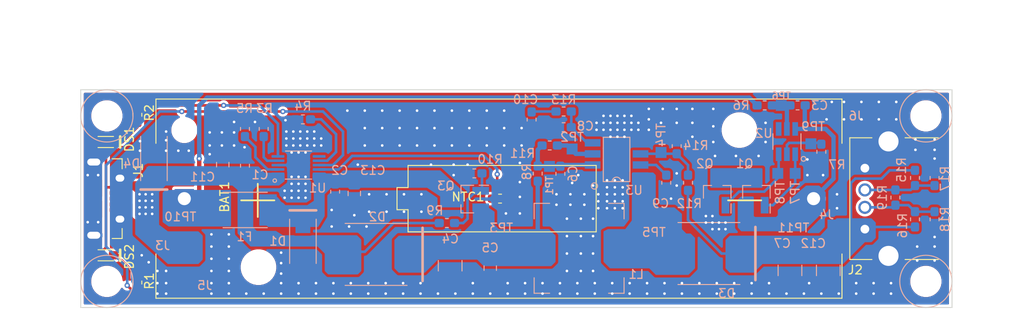
<source format=kicad_pcb>
(kicad_pcb (version 20171130) (host pcbnew "(5.1.6)-1")
  (layers (0 F.Cu signal hide) (31 B.Cu signal) (34 B.Paste user hide) (35 F.Paste user hide) (36 B.SilkS user) (37 F.SilkS user) (38 B.Mask user hide) (39 F.Mask user hide) (44 Edge.Cuts user))
  (net 0 "")
  (net 1 /-VBAT)
  (net 2 /+VBAT)
  (net 3 GND)
  (net 4 VBUS)
  (net 5 +VBAT_CELL)
  (net 6 /U2_VDD)
  (net 7 /BOOST_IND)
  (net 8 /BOOST_VIN)
  (net 9 VOUT)
  (net 10 /BOOST_COMP)
  (net 11 /BOOST_SS)
  (net 12 "Net-(C10-Pad1)")
  (net 13 /BOOST_SW)
  (net 14 /BLED)
  (net 15 /GLED)
  (net 16 "Net-(J1-Pad2)")
  (net 17 "Net-(J2-Pad3)")
  (net 18 "Net-(J2-Pad2)")
  (net 19 /NTC)
  (net 20 /DO)
  (net 21 "Net-(Q1-PadD)")
  (net 22 /CO)
  (net 23 "Net-(Q3-PadG)")
  (net 24 /~CHG)
  (net 25 /~PG)
  (net 26 /PRETERM)
  (net 27 /ISET2)
  (net 28 /ISET)
  (net 29 /VM)
  (net 30 /BOOST_EN)
  (net 31 /BOOST_FB)
  (net 32 "Net-(U1-Pad6)")
  (net 33 "Net-(U2-Pad4)")
  (module CAPACITORS:CAPC_0805_HandSolder (layer B.Cu) (at 101.4 71.9 270)
    (fp_text reference C13 (at -2.648 -2.128) (layer B.SilkS) (effects (justify mirror)))
    (fp_text value CAPC_10uF_0805)
    (pad 1 smd roundrect (at -1.025 0 270) (size 1.15 1.4) (layers B.Cu B.Paste B.Mask) (roundrect_rratio 0.217391) (net 5 +VBAT_CELL))
    (pad 2 smd roundrect (at 1.025 0 270) (size 1.15 1.4) (layers B.Cu B.Paste B.Mask) (roundrect_rratio 0.217391) (net 3 GND))
  )
  (module CAPACITORS:CAPC_0805_HandSolder (layer B.Cu) (at 86.3 68.6 90)
    (fp_text reference C11 (at -1.414 -2.33) (layer B.SilkS) (effects (justify mirror)))
    (fp_text value CAPC_10uF_0805)
    (pad 1 smd roundrect (at -1.025 0 90) (size 1.15 1.4) (layers B.Cu B.Paste B.Mask) (roundrect_rratio 0.217391) (net 4 VBUS))
    (pad 2 smd roundrect (at 1.025 0 90) (size 1.15 1.4) (layers B.Cu B.Paste B.Mask) (roundrect_rratio 0.217391) (net 3 GND))
  )
  (module BATTERIES:BAT_18650_HOLDER_THT (layer F.Cu) (at 118 72.5)
    (fp_text reference BAT1 (at -31.49 -0.2 90) (layer F.SilkS))
    (fp_text value BAT_18650_HOLDER_THT)
    (fp_text user + (at -27.68 -0.2) (layer F.SilkS) (effects (font (size 5 5) (thickness 0.2))))
    (fp_text user - (at 28.2 -0.2) (layer F.SilkS) (effects (font (size 5 5) (thickness 0.2))))
    (pad - thru_hole circle (at 36.11 0) (size 2.2 2.2) (drill 1.5) (layers *.Cu *.Mask) (net 1 /-VBAT))
    (pad + thru_hole rect (at -36.11 0) (size 2.2 2.2) (drill 1.5) (layers *.Cu *.Mask) (net 2 /+VBAT))
    (pad "" np_thru_hole circle (at -27.6 7.87) (size 3.5 3.5) (drill 3.5) (layers *.Cu *.Mask))
    (pad "" np_thru_hole circle (at 27.6 -7.87) (size 3.5 3.5) (drill 3.5) (layers *.Cu *.Mask))
    (pad "" np_thru_hole circle (at -36.11 -7.87) (size 2.4 2.4) (drill 2.4) (layers *.Cu *.Mask))
  )
  (module ICs:BQ24090DGQR_MSOP-10 (layer B.Cu) (at 95 68.65)
    (fp_text reference U1 (at 2.178 2.634) (layer B.SilkS) (effects (justify mirror)))
    (fp_text value BQ24090DGQR)
    (pad 1 smd roundrect (at -2.3625 1) (size 1.475 0.3) (layers B.Cu B.Paste B.Mask) (net 4 VBUS))
    (pad 2 smd roundrect (at -2.3625 0.5) (size 1.475 0.3) (layers B.Cu B.Paste B.Mask) (net 28 /ISET))
    (pad 3 smd roundrect (at -2.3625 0) (size 1.475 0.3) (layers B.Cu B.Paste B.Mask) (net 3 GND))
    (pad 4 smd roundrect (at -2.3625 -0.5) (size 1.475 0.3) (layers B.Cu B.Paste B.Mask) (net 26 /PRETERM))
    (pad 5 smd roundrect (at -2.3625 -1) (size 1.475 0.3) (layers B.Cu B.Paste B.Mask) (net 25 /~PG))
    (pad 6 smd roundrect (at 2.3625 -1) (size 1.475 0.3) (layers B.Cu B.Paste B.Mask) (net 32 "Net-(U1-Pad6)"))
    (pad 7 smd roundrect (at 2.3625 -0.5) (size 1.475 0.3) (layers B.Cu B.Paste B.Mask) (net 27 /ISET2))
    (pad 8 smd roundrect (at 2.3625 0) (size 1.475 0.3) (layers B.Cu B.Paste B.Mask) (net 24 /~CHG))
    (pad 9 smd roundrect (at 2.3625 0.5) (size 1.475 0.3) (layers B.Cu B.Paste B.Mask) (net 19 /NTC))
    (pad 10 smd roundrect (at 2.3625 1) (size 1.475 0.3) (layers B.Cu B.Paste B.Mask) (net 5 +VBAT_CELL))
    (pad 11 smd rect (at 0 0) (size 1.73 1.98) (layers B.Cu B.Mask) (net 3 GND))
  )
  (module CAPACITORS:CAPC_1210_HandSolder (layer B.Cu) (at 155.8 80.7375 270)
    (fp_text reference C12 (at -3.1035 1.726) (layer B.SilkS) (effects (justify mirror)))
    (fp_text value CAPC_10uF_1210)
    (pad 2 smd roundrect (at 1.4875 0 270) (size 1.425 2.65) (layers B.Cu B.Paste B.Mask) (roundrect_rratio 0.175439) (net 3 GND))
    (pad 1 smd roundrect (at -1.4875 0 270) (size 1.425 2.65) (layers B.Cu B.Paste B.Mask) (roundrect_rratio 0.175439) (net 9 VOUT))
  )
  (module MECHANICAL:M3C6_NP (layer B.Cu) (at 167 82)
    (fp_text reference MH4 hide)
    (fp_text value M3C6_NP)
    (pad "" np_thru_hole circle (at 0 0) (size 3 3) (drill 3) (layers *.Cu *.Mask))
  )
  (module MECHANICAL:M3C6_NP (layer B.Cu) (at 167 63)
    (fp_text reference MH3 hide)
    (fp_text value M3C6_NP)
    (pad "" np_thru_hole circle (at 0 0) (size 3 3) (drill 3) (layers *.Cu *.Mask))
  )
  (module MECHANICAL:M3C6_NP (layer B.Cu) (at 73 82)
    (fp_text reference MH2 hide)
    (fp_text value M3C6_NP)
    (pad "" np_thru_hole circle (at 0 0) (size 3 3) (drill 3) (layers *.Cu *.Mask))
  )
  (module MECHANICAL:M3C6_NP (layer B.Cu) (at 73 63)
    (fp_text reference MH1 hide)
    (fp_text value M3C6_NP)
    (pad "" np_thru_hole circle (at 0 0) (size 3 3) (drill 3) (layers *.Cu *.Mask))
  )
  (module ICs:PAM2421_SOIC-8-EP (layer B.Cu) (at 131.5 68 90)
    (fp_text reference U3 (at -3.538 2) (layer B.SilkS) (effects (justify mirror)))
    (fp_text value PAM2421)
    (pad 9 smd rect (at 0 0 90) (size 3.5 2.62) (layers B.Cu B.Paste B.Mask) (net 3 GND))
    (pad 8 smd rect (at -1.905 2.75 90) (size 0.85 1.8) (layers B.Cu B.Paste B.Mask) (net 13 /BOOST_SW))
    (pad 7 smd rect (at -0.635 2.75 90) (size 0.85 1.8) (layers B.Cu B.Paste B.Mask) (net 11 /BOOST_SS))
    (pad 6 smd rect (at 0.635 2.75 90) (size 0.85 1.8) (layers B.Cu B.Paste B.Mask) (net 31 /BOOST_FB))
    (pad 5 smd rect (at 1.905 2.75 90) (size 0.85 1.8) (layers B.Cu B.Paste B.Mask) (net 3 GND))
    (pad 4 smd rect (at 1.905 -2.75 90) (size 0.85 1.8) (layers B.Cu B.Paste B.Mask) (net 10 /BOOST_COMP))
    (pad 3 smd rect (at 0.635 -2.75 90) (size 0.85 1.8) (layers B.Cu B.Paste B.Mask) (net 30 /BOOST_EN))
    (pad 2 smd rect (at -0.635 -2.75 90) (size 0.85 1.8) (layers B.Cu B.Paste B.Mask) (net 8 /BOOST_VIN))
    (pad 1 smd rect (at -1.905 -2.75 90) (size 0.85 1.8) (layers B.Cu B.Paste B.Mask) (net 3 GND))
  )
  (module ICs:AP9101C_SOT-23-6_Handsoldering (layer B.Cu) (at 151.05 65.95 90)
    (fp_text reference U2 (at 0.95 -2.65 180) (layer B.SilkS) (effects (justify mirror)))
    (fp_text value AP9101C)
    (pad 1 smd rect (at -1.45 0.95 90) (size 1.56 0.65) (layers B.Cu B.Paste B.Mask) (net 20 /DO))
    (pad 2 smd rect (at -1.45 0 90) (size 1.56 0.65) (layers B.Cu B.Paste B.Mask) (net 29 /VM))
    (pad 3 smd rect (at -1.45 -0.95 90) (size 1.56 0.65) (layers B.Cu B.Paste B.Mask) (net 22 /CO))
    (pad 4 smd rect (at 1.45 -0.95 90) (size 1.56 0.65) (layers B.Cu B.Paste B.Mask) (net 33 "Net-(U2-Pad4)"))
    (pad 6 smd rect (at 1.45 0.95 90) (size 1.56 0.65) (layers B.Cu B.Paste B.Mask) (net 1 /-VBAT))
    (pad 5 smd rect (at 1.45 0 90) (size 1.56 0.65) (layers B.Cu B.Paste B.Mask) (net 6 /U2_VDD))
  )
  (module TESTPOINTS:TP_RECT_1.25X1.25 (layer B.Cu) (at 152 74.4)
    (fp_text reference TP11 (at -0.212 1.456) (layer B.SilkS) (effects (justify mirror)))
    (fp_text value TP_1.25X1.25_MM)
    (pad 1 smd rect (at 0 0) (size 1.25 1.25) (layers B.Cu B.Paste B.Mask) (net 1 /-VBAT))
  )
  (module TESTPOINTS:TP_RECT_1.25X1.25 (layer B.Cu) (at 84 74)
    (fp_text reference TP10 (at -2.57 0.586) (layer B.SilkS) (effects (justify mirror)))
    (fp_text value TP_1.25X1.25_MM)
    (pad 1 smd rect (at 0 0) (size 1.25 1.25) (layers B.Cu B.Paste B.Mask) (net 2 /+VBAT))
  )
  (module TESTPOINTS:TP_RECT_1.25X1.25 (layer B.Cu) (at 153.8 66.2)
    (fp_text reference TP9 (at 0.254 -1.9685) (layer B.SilkS) (effects (justify mirror)))
    (fp_text value TP_1.25X1.25_MM)
    (pad 1 smd rect (at 0 0) (size 1.25 1.25) (layers B.Cu B.Paste B.Mask) (net 29 /VM))
  )
  (module TESTPOINTS:TP_RECT_1.25X1.25 (layer B.Cu) (at 150 69.6)
    (fp_text reference TP8 (at 0.264 2.192 90) (layer B.SilkS) (effects (justify mirror)))
    (fp_text value TP_1.25X1.25_MM)
    (pad 1 smd rect (at 0 0) (size 1.25 1.25) (layers B.Cu B.Paste B.Mask) (net 22 /CO))
  )
  (module TESTPOINTS:TP_RECT_1.25X1.25 (layer B.Cu) (at 152 69.6)
    (fp_text reference TP7 (at 0 2.2 90) (layer B.SilkS) (effects (justify mirror)))
    (fp_text value TP_1.25X1.25_MM)
    (pad 1 smd rect (at 0 0) (size 1.25 1.25) (layers B.Cu B.Paste B.Mask) (net 20 /DO))
  )
  (module TESTPOINTS:TP_RECT_1.25X1.25 (layer B.Cu) (at 150.4 61.8)
    (fp_text reference TP6 (at 0 -1.1) (layer B.SilkS) (effects (font (size 0.8 0.8)) (justify mirror)))
    (fp_text value TP_1.25X1.25_MM)
    (pad 1 smd rect (at 0 0) (size 1.25 1.25) (layers B.Cu B.Paste B.Mask) (net 6 /U2_VDD))
  )
  (module TESTPOINTS:TP_RECT_1.25X1.25 (layer B.Cu) (at 135.4 74.8)
    (fp_text reference TP5 (at 0.386 1.564) (layer B.SilkS) (effects (justify mirror)))
    (fp_text value TP_1.25X1.25_MM)
    (pad 1 smd rect (at 0 0) (size 1.25 1.25) (layers B.Cu B.Paste B.Mask) (net 13 /BOOST_SW))
  )
  (module TESTPOINTS:TP_RECT_1.25X1.25 (layer B.Cu) (at 136.6 67.2)
    (fp_text reference TP4 (at 0 -2 270) (layer B.SilkS) (effects (justify mirror)))
    (fp_text value TP_1.25X1.25_MM)
    (pad 1 smd rect (at 0 0) (size 1.25 1.25) (layers B.Cu B.Paste B.Mask) (net 31 /BOOST_FB))
  )
  (module TESTPOINTS:TP_RECT_1.25X1.25 (layer B.Cu) (at 116.2 76.6)
    (fp_text reference TP3 (at 2.06 -0.744) (layer B.SilkS) (effects (justify mirror)))
    (fp_text value TP_1.25X1.25_MM)
    (pad 1 smd rect (at 0 0) (size 1.25 1.25) (layers B.Cu B.Paste B.Mask) (net 7 /BOOST_IND))
  )
  (module TESTPOINTS:TP_RECT_1.25X1.25 (layer B.Cu) (at 126.4 66.8)
    (fp_text reference TP2 (at -0.012 -1.358 180) (layer B.SilkS) (effects (justify mirror)))
    (fp_text value TP_1.25X1.25_MM)
    (pad 1 smd rect (at 0 0) (size 1.25 1.25) (layers B.Cu B.Paste B.Mask) (net 30 /BOOST_EN))
  )
  (module TESTPOINTS:TP_RECT_1.25X1.25 (layer B.Cu) (at 123.8 68.8)
    (fp_text reference TP1 (at 0 2.2 90) (layer B.SilkS) (effects (font (size 0.8 0.8)) (justify mirror)))
    (fp_text value TP_1.25X1.25_MM)
    (pad 1 smd rect (at 0 0) (size 1.25 1.25) (layers B.Cu B.Paste B.Mask) (net 8 /BOOST_VIN))
  )
  (module RESISTORS:RESC_0603_HandSolder (layer B.Cu) (at 163.5 72.375 270)
    (fp_text reference R19 (at 0 1.5 270) (layer B.SilkS) (effects (justify mirror)))
    (fp_text value RESC_0R_0603)
    (pad 2 smd roundrect (at 0.875 0 270) (size 1.05 0.95) (layers B.Cu B.Paste B.Mask) (net 18 "Net-(J2-Pad2)"))
    (pad 1 smd roundrect (at -0.875 0 270) (size 1.05 0.95) (layers B.Cu B.Paste B.Mask) (net 17 "Net-(J2-Pad3)"))
  )
  (module RESISTORS:RESC_0603_HandSolder (layer B.Cu) (at 168 74.875 90)
    (fp_text reference R18 (at 0 1.2 90) (layer B.SilkS) (effects (justify mirror)))
    (fp_text value RESC_10K_0603)
    (pad 2 smd roundrect (at 0.875 0 90) (size 1.05 0.95) (layers B.Cu B.Paste B.Mask) (net 18 "Net-(J2-Pad2)"))
    (pad 1 smd roundrect (at -0.875 0 90) (size 1.05 0.95) (layers B.Cu B.Paste B.Mask) (net 3 GND))
  )
  (module RESISTORS:RESC_0603_HandSolder (layer B.Cu) (at 168 70.125 270)
    (fp_text reference R17 (at 0.075 -1.2 270) (layer B.SilkS) (effects (justify mirror)))
    (fp_text value RESC_10K_0603)
    (pad 2 smd roundrect (at 0.875 0 270) (size 1.05 0.95) (layers B.Cu B.Paste B.Mask) (net 17 "Net-(J2-Pad3)"))
    (pad 1 smd roundrect (at -0.875 0 270) (size 1.05 0.95) (layers B.Cu B.Paste B.Mask) (net 3 GND))
  )
  (module RESISTORS:RESC_0603_HandSolder (layer B.Cu) (at 165.75 74.875 270)
    (fp_text reference R16 (at 0.725 1.43 270) (layer B.SilkS) (effects (justify mirror)))
    (fp_text value RESC_10K_0603)
    (pad 2 smd roundrect (at 0.875 0 270) (size 1.05 0.95) (layers B.Cu B.Paste B.Mask) (net 9 VOUT))
    (pad 1 smd roundrect (at -0.875 0 270) (size 1.05 0.95) (layers B.Cu B.Paste B.Mask) (net 18 "Net-(J2-Pad2)"))
  )
  (module RESISTORS:RESC_0603_HandSolder (layer B.Cu) (at 165.75 70.125 90)
    (fp_text reference R15 (at 0.925 -1.55 270) (layer B.SilkS) (effects (justify mirror)))
    (fp_text value RESC_10K_0603)
    (pad 2 smd roundrect (at 0.875 0 90) (size 1.05 0.95) (layers B.Cu B.Paste B.Mask) (net 9 VOUT))
    (pad 1 smd roundrect (at -0.875 0 90) (size 1.05 0.95) (layers B.Cu B.Paste B.Mask) (net 17 "Net-(J2-Pad3)"))
  )
  (module RESISTORS:RESC_0603_HandSolder (layer B.Cu) (at 138.4 66.475 270)
    (fp_text reference R14 (at -0.075 -2.2) (layer B.SilkS) (effects (justify mirror)))
    (fp_text value RESC_10K_0603)
    (pad 2 smd roundrect (at 0.875 0 270) (size 1.05 0.95) (layers B.Cu B.Paste B.Mask) (net 31 /BOOST_FB))
    (pad 1 smd roundrect (at -0.875 0 270) (size 1.05 0.95) (layers B.Cu B.Paste B.Mask) (net 3 GND))
  )
  (module RESISTORS:RESC_0603_HandSolder (layer B.Cu) (at 125.425 62.5 180)
    (fp_text reference R13 (at 0 1.376) (layer B.SilkS) (effects (justify mirror)))
    (fp_text value RESC_51K_0603)
    (pad 2 smd roundrect (at 0.875 0 180) (size 1.05 0.95) (layers B.Cu B.Paste B.Mask) (net 12 "Net-(C10-Pad1)"))
    (pad 1 smd roundrect (at -0.875 0 180) (size 1.05 0.95) (layers B.Cu B.Paste B.Mask) (net 10 /BOOST_COMP))
  )
  (module RESISTORS:RESC_0603_HandSolder (layer B.Cu) (at 139.7 70.675 90)
    (fp_text reference R12 (at -2.387 0.15) (layer B.SilkS) (effects (justify mirror)))
    (fp_text value RESC_30K1_0603)
    (pad 2 smd roundrect (at 0.875 0 90) (size 1.05 0.95) (layers B.Cu B.Paste B.Mask) (net 31 /BOOST_FB))
    (pad 1 smd roundrect (at -0.875 0 90) (size 1.05 0.95) (layers B.Cu B.Paste B.Mask) (net 9 VOUT))
  )
  (module RESISTORS:RESC_0603_HandSolder (layer B.Cu) (at 123.825 66.4)
    (fp_text reference R11 (at -3.125 0.9) (layer B.SilkS) (effects (justify mirror)))
    (fp_text value RESC_10K_0603)
    (pad 2 smd roundrect (at 0.875 0) (size 1.05 0.95) (layers B.Cu B.Paste B.Mask) (net 30 /BOOST_EN))
    (pad 1 smd roundrect (at -0.875 0) (size 1.05 0.95) (layers B.Cu B.Paste B.Mask) (net 8 /BOOST_VIN))
  )
  (module RESISTORS:RESC_0603_HandSolder (layer B.Cu) (at 115.175 69.6)
    (fp_text reference R10 (at 1.815 -1.618) (layer B.SilkS) (effects (justify mirror)))
    (fp_text value RESC_10K_0603)
    (pad 2 smd roundrect (at 0.875 0) (size 1.05 0.95) (layers B.Cu B.Paste B.Mask) (net 23 "Net-(Q3-PadG)"))
    (pad 1 smd roundrect (at -0.875 0) (size 1.05 0.95) (layers B.Cu B.Paste B.Mask) (net 3 GND))
  )
  (module RESISTORS:RESC_0603_HandSolder (layer B.Cu) (at 112.025 75.3 180)
    (fp_text reference R9 (at 1.385 1.43) (layer B.SilkS) (effects (justify mirror)))
    (fp_text value RESC_1K_0603)
    (pad 2 smd roundrect (at 0.875 0 180) (size 1.05 0.95) (layers B.Cu B.Paste B.Mask) (net 4 VBUS))
    (pad 1 smd roundrect (at -0.875 0 180) (size 1.05 0.95) (layers B.Cu B.Paste B.Mask) (net 23 "Net-(Q3-PadG)"))
  )
  (module RESISTORS:RESC_0603_HandSolder (layer B.Cu) (at 122.45 69.625 90)
    (fp_text reference R8 (at 0.225 -1.25 90) (layer B.SilkS) (effects (justify mirror)))
    (fp_text value RESC_10R_0603)
    (pad 2 smd roundrect (at 0.875 0 90) (size 1.05 0.95) (layers B.Cu B.Paste B.Mask) (net 8 /BOOST_VIN))
    (pad 1 smd roundrect (at -0.875 0 90) (size 1.05 0.95) (layers B.Cu B.Paste B.Mask) (net 7 /BOOST_IND))
  )
  (module RESISTORS:RESC_0603_HandSolder (layer B.Cu) (at 155 67.125 270)
    (fp_text reference R7 (at 1.475 -1.8) (layer B.SilkS) (effects (justify mirror)))
    (fp_text value RESC_2K7_0603)
    (pad 2 smd roundrect (at 0.875 0 270) (size 1.05 0.95) (layers B.Cu B.Paste B.Mask) (net 3 GND))
    (pad 1 smd roundrect (at -0.875 0 270) (size 1.05 0.95) (layers B.Cu B.Paste B.Mask) (net 29 /VM))
  )
  (module RESISTORS:RESC_0603_HandSolder (layer B.Cu) (at 148.5 61.8 180)
    (fp_text reference R6 (at 2.7 0) (layer B.SilkS) (effects (justify mirror)))
    (fp_text value RESC_330R_0603)
    (pad 2 smd roundrect (at 0.875 0 180) (size 1.05 0.95) (layers B.Cu B.Paste B.Mask) (net 2 /+VBAT))
    (pad 1 smd roundrect (at -0.875 0 180) (size 1.05 0.95) (layers B.Cu B.Paste B.Mask) (net 6 /U2_VDD))
  )
  (module RESISTORS:RESC_0603_HandSolder (layer B.Cu) (at 88.85 64.5 90)
    (fp_text reference R5 (at 2.36 -0.054 180) (layer B.SilkS) (effects (justify mirror)))
    (fp_text value RESC_549R_0603)
    (pad 2 smd roundrect (at 0.875 0 90) (size 1.05 0.95) (layers B.Cu B.Paste B.Mask) (net 3 GND))
    (pad 1 smd roundrect (at -0.875 0 90) (size 1.05 0.95) (layers B.Cu B.Paste B.Mask) (net 28 /ISET))
  )
  (module RESISTORS:RESC_0603_HandSolder (layer B.Cu) (at 95.5 63.4)
    (fp_text reference R4 (at 0 -1.514) (layer B.SilkS) (effects (justify mirror)))
    (fp_text value RESC_10K_0603)
    (pad 2 smd roundrect (at 0.875 0) (size 1.05 0.95) (layers B.Cu B.Paste B.Mask) (net 27 /ISET2))
    (pad 1 smd roundrect (at -0.875 0) (size 1.05 0.95) (layers B.Cu B.Paste B.Mask) (net 3 GND))
  )
  (module RESISTORS:RESC_0603_HandSolder (layer B.Cu) (at 91 64.5 90)
    (fp_text reference R3 (at 2.36 0.082 180) (layer B.SilkS) (effects (justify mirror)))
    (fp_text value RESC_2K_0603)
    (pad 2 smd roundrect (at 0.875 0 90) (size 1.05 0.95) (layers B.Cu B.Paste B.Mask) (net 3 GND))
    (pad 1 smd roundrect (at -0.875 0 90) (size 1.05 0.95) (layers B.Cu B.Paste B.Mask) (net 26 /PRETERM))
  )
  (module RESISTORS:RESC_0603_HandSolder (layer F.Cu) (at 76.5 62.875 270)
    (fp_text reference R2 (at -0.227 -1.374 90) (layer F.SilkS))
    (fp_text value RESC_470R_0603)
    (pad 2 smd roundrect (at 0.875 0 270) (size 1.05 0.95) (layers F.Cu F.Paste F.Mask) (net 14 /BLED))
    (pad 1 smd roundrect (at -0.875 0 270) (size 1.05 0.95) (layers F.Cu F.Paste F.Mask) (net 25 /~PG))
  )
  (module RESISTORS:RESC_0603_HandSolder (layer F.Cu) (at 76.5 82.125 90)
    (fp_text reference R1 (at 0.173 1.374 270) (layer F.SilkS))
    (fp_text value RESC_470R_0603)
    (pad 2 smd roundrect (at 0.875 0 90) (size 1.05 0.95) (layers F.Cu F.Paste F.Mask) (net 15 /GLED))
    (pad 1 smd roundrect (at -0.875 0 90) (size 1.05 0.95) (layers F.Cu F.Paste F.Mask) (net 24 /~CHG))
  )
  (module TRANSISTORS:SOT-23_Handsoldering (layer B.Cu) (at 114.4 72.55 180)
    (fp_text reference Q3 (at 2.49 1.52) (layer B.SilkS) (effects (justify mirror)))
    (fp_text value PMOS_20V_4.2A_SOT-23-3)
    (pad G smd rect (at -1.5 0.95 180) (size 1.9 0.9) (layers B.Cu B.Paste B.Mask) (net 23 "Net-(Q3-PadG)"))
    (pad S smd rect (at -1.5 -0.95 180) (size 1.9 0.9) (layers B.Cu B.Paste B.Mask) (net 7 /BOOST_IND))
    (pad D smd rect (at 1.5 0 180) (size 1.9 0.9) (layers B.Cu B.Paste B.Mask) (net 5 +VBAT_CELL))
  )
  (module TRANSISTORS:SOT-23_Handsoldering (layer B.Cu) (at 143.05 71.75 90)
    (fp_text reference Q2 (at 3.26 -1.422 180) (layer B.SilkS) (effects (justify mirror)))
    (fp_text value NMOS_20V_3.6A_SOT-23-3)
    (pad G smd rect (at -1.5 0.95 90) (size 1.9 0.9) (layers B.Cu B.Paste B.Mask) (net 22 /CO))
    (pad S smd rect (at -1.5 -0.95 90) (size 1.9 0.9) (layers B.Cu B.Paste B.Mask) (net 3 GND))
    (pad D smd rect (at 1.5 0 90) (size 1.9 0.9) (layers B.Cu B.Paste B.Mask) (net 21 "Net-(Q1-PadD)"))
  )
  (module TRANSISTORS:SOT-23_Handsoldering (layer B.Cu) (at 147.55 71.75 90)
    (fp_text reference Q1 (at 3.26 -1.35 180) (layer B.SilkS) (effects (justify mirror)))
    (fp_text value NMOS_20V_3.6A_SOT-23-3)
    (pad G smd rect (at -1.5 0.95 90) (size 1.9 0.9) (layers B.Cu B.Paste B.Mask) (net 20 /DO))
    (pad S smd rect (at -1.5 -0.95 90) (size 1.9 0.9) (layers B.Cu B.Paste B.Mask) (net 1 /-VBAT))
    (pad D smd rect (at 1.5 0 90) (size 1.9 0.9) (layers B.Cu B.Paste B.Mask) (net 21 "Net-(Q1-PadD)"))
  )
  (module RESISTORS:RESC_0603_HandSolder (layer F.Cu) (at 118.125 72.5)
    (fp_text reference NTC1 (at -3.675 -0.2 180) (layer F.SilkS))
    (fp_text value NTC_10K_3380K_0603)
    (pad 2 smd roundrect (at 0.875 0) (size 1.05 0.95) (layers F.Cu F.Paste F.Mask) (net 3 GND))
    (pad 1 smd roundrect (at -0.875 0) (size 1.05 0.95) (layers F.Cu F.Paste F.Mask) (net 19 /NTC))
  )
  (module INDUCTORS:CDRH104R (layer B.Cu) (at 127.2 78.2)
    (fp_text reference L1 (at 6.554 2.99) (layer B.SilkS) (effects (justify mirror)))
    (fp_text value INDC_10uH_CDRH104R)
    (pad 2 smd rect (at 5 0) (size 4 3.5) (layers B.Cu B.Paste B.Mask) (net 13 /BOOST_SW))
    (pad 1 smd rect (at -5 0) (size 4 3.5) (layers B.Cu B.Paste B.Mask) (net 7 /BOOST_IND))
  )
  (module PADS:PAD_RECT_30X30 (layer B.Cu) (at 159 65.8)
    (fp_text reference J6 (at 0 -2.794) (layer B.SilkS) (effects (justify mirror)))
    (fp_text value 1POS_CONN_PAD_30X30MM_H1MM)
    (pad 1 smd rect (at 0 0) (size 3 3) (layers B.Cu B.Paste B.Mask) (net 3 GND))
  )
  (module PADS:PAD_RECT_30X30 (layer B.Cu) (at 81.9 82.3)
    (fp_text reference J5 (at 2.324 0.16) (layer B.SilkS) (effects (justify mirror)))
    (fp_text value 1POS_CONN_PAD_30X30MM_H1MM)
    (pad 1 smd rect (at 0 0) (size 3 3) (layers B.Cu B.Paste B.Mask) (net 3 GND))
  )
  (module PADS:PAD_RECT_30X30 (layer B.Cu) (at 157.2 76.4)
    (fp_text reference J4 (at -1.602 -2.068) (layer B.SilkS) (effects (justify mirror)))
    (fp_text value 1POS_CONN_PAD_30X30MM_H1MM)
    (pad 1 smd rect (at 0 0) (size 3 3) (layers B.Cu B.Paste B.Mask) (net 9 VOUT))
  )
  (module PADS:PAD_RECT_30X30 (layer B.Cu) (at 81.9 78.1)
    (fp_text reference J3 (at -2.502 -0.212) (layer B.SilkS) (effects (justify mirror)))
    (fp_text value 1POS_CONN_PAD_30X30MM_H1MM)
    (pad 1 smd rect (at 0 0) (size 3 3) (layers B.Cu B.Paste B.Mask) (net 4 VBUS))
  )
  (module CONNECTORS:USB-TYPE-A_CONN_PORT (layer F.Cu) (at 162.71 72.5 90)
    (fp_text reference J2 (at -8.182 -3.81 180) (layer F.SilkS))
    (fp_text value USB-A_CONN)
    (pad 6 thru_hole circle (at 6.57 0 90) (size 3.2 3.2) (drill 2.3) (layers *.Cu *.Mask) (net 3 GND))
    (pad 5 thru_hole circle (at -6.57 0 90) (size 3.2 3.2) (drill 2.3) (layers *.Cu *.Mask) (net 3 GND))
    (pad 4 thru_hole circle (at 3.5 -2.71 90) (size 1.5 1.5) (drill 1) (layers *.Cu *.Mask) (net 3 GND))
    (pad 3 thru_hole circle (at 1 -2.71 90) (size 1.5 1.5) (drill 1) (layers *.Cu *.Mask) (net 17 "Net-(J2-Pad3)"))
    (pad 2 thru_hole circle (at -1 -2.71 90) (size 1.5 1.5) (drill 1) (layers *.Cu *.Mask) (net 18 "Net-(J2-Pad2)"))
    (pad 1 thru_hole rect (at -3.5 -2.71 90) (size 1.5 1.5) (drill 1) (layers *.Cu *.Mask) (net 9 VOUT))
  )
  (module CONNECTORS:USB-TYPE-B_CONN_PORT (layer F.Cu) (at 74.5 72.5 270)
    (fp_text reference J1 (at -3.248 -2.104 270) (layer F.SilkS))
    (fp_text value Micro_USB_CONN)
    (pad 9 smd rect (at -1.2 3 270) (size 1.9 1.9) (layers F.Cu F.Paste F.Mask) (net 3 GND))
    (pad 10 smd rect (at 1.2 3 270) (size 1.9 1.9) (layers F.Cu F.Paste F.Mask) (net 3 GND))
    (pad 8 thru_hole oval (at -4.2 3 270) (size 1.3 2) (drill oval 0.8 1.5) (layers *.Cu *.Mask) (net 3 GND))
    (pad 11 thru_hole oval (at 4.2 3 270) (size 1.3 2) (drill oval 0.8 1.5) (layers *.Cu *.Mask) (net 3 GND))
    (pad 7 thru_hole oval (at 2.35 0 270) (size 1.2 1.4) (drill oval 0.8 1) (layers *.Cu *.Mask) (net 3 GND))
    (pad 6 thru_hole oval (at -2.35 0 270) (size 1.2 1.4) (drill oval 0.8 1) (layers *.Cu *.Mask) (net 3 GND))
    (pad 1 smd rect (at -1.3 0 270) (size 0.4 2.35) (layers F.Cu F.Paste F.Mask) (net 4 VBUS))
    (pad 2 smd rect (at -0.65 0 270) (size 0.4 2.35) (layers F.Cu F.Paste F.Mask) (net 16 "Net-(J1-Pad2)"))
    (pad 3 smd rect (at 0 0 270) (size 0.4 2.35) (layers F.Cu F.Paste F.Mask) (net 16 "Net-(J1-Pad2)"))
    (pad 4 smd rect (at 0.65 0 270) (size 0.4 2.35) (layers F.Cu F.Paste F.Mask) (net 3 GND))
    (pad 5 smd rect (at 1.3 0 270) (size 0.4 2.35) (layers F.Cu F.Paste F.Mask) (net 3 GND))
  )
  (module FUSES:POLYFUSEC_1812 (layer B.Cu) (at 88.875 73.8)
    (fp_text reference F1 (at -0.079 3.072) (layer B.SilkS) (effects (justify mirror)))
    (fp_text value PTC_POLYFUSE_8V_2A_1812)
    (pad 1 smd rect (at -2.625 0) (size 2 3.6) (layers B.Cu B.Paste B.Mask) (net 2 /+VBAT))
    (pad 2 smd rect (at 2.625 0) (size 2 3.6) (layers B.Cu B.Paste B.Mask) (net 5 +VBAT_CELL))
  )
  (module LEDS:LEDC_0603_HandSolder (layer F.Cu) (at 72.875 79 180)
    (fp_text reference DS2 (at -2.713 -0.158 90) (layer F.SilkS))
    (fp_text value LEDC_GREEN_0603)
    (pad K smd roundrect (at -0.875 0 180) (size 1.05 0.95) (layers F.Cu F.Paste F.Mask) (net 15 /GLED))
    (pad A smd roundrect (at 0.875 0 180) (size 1.05 0.95) (layers F.Cu F.Paste F.Mask) (net 4 VBUS))
  )
  (module LEDS:LEDC_0603_HandSolder (layer F.Cu) (at 72.875 66 180)
    (fp_text reference DS1 (at -2.713 0.304 90) (layer F.SilkS))
    (fp_text value LEDC_BLUE_0603)
    (pad K smd roundrect (at -0.875 0 180) (size 1.05 0.95) (layers F.Cu F.Paste F.Mask) (net 14 /BLED))
    (pad A smd roundrect (at 0.875 0 180) (size 1.05 0.95) (layers F.Cu F.Paste F.Mask) (net 4 VBUS))
  )
  (module DIODES:DO-214AC (layer B.Cu) (at 78.4 67.9 90)
    (fp_text reference D4 (at -0.59 -2.558) (layer B.SilkS) (effects (justify mirror)))
    (fp_text value TVS_5V_9.2V_DO214AC)
    (pad A smd rect (at 2.1 0 90) (size 2.3 1.7) (layers B.Cu B.Paste B.Mask) (net 3 GND))
    (pad K smd rect (at -2.1 0 90) (size 2.3 1.7) (layers B.Cu B.Paste B.Mask) (net 4 VBUS))
  )
  (module DIODES:DO-214AB (layer B.Cu) (at 142.1 78.8 180)
    (fp_text reference D3 (at -2.032 -4.572 180) (layer B.SilkS) (effects (justify mirror)))
    (fp_text value Schottky_40V_5A_DO-214AB)
    (pad A smd rect (at 3.7 0 180) (size 2.54 3.3) (layers B.Cu B.Paste B.Mask) (net 13 /BOOST_SW))
    (pad K smd rect (at -3.7 0 180) (size 2.54 3.3) (layers B.Cu B.Paste B.Mask) (net 9 VOUT))
  )
  (module DIODES:DO-214AB (layer B.Cu) (at 103.9 78.9 180)
    (fp_text reference D2 (at -0.136 4.314) (layer B.SilkS) (effects (justify mirror)))
    (fp_text value Schottky_40V_5A_DO-214AB)
    (pad A smd rect (at 3.7 0 180) (size 2.54 3.3) (layers B.Cu B.Paste B.Mask) (net 4 VBUS))
    (pad K smd rect (at -3.7 0 180) (size 2.54 3.3) (layers B.Cu B.Paste B.Mask) (net 7 /BOOST_IND))
  )
  (module DIODES:DO-214AC (layer B.Cu) (at 95.5 77.4 270)
    (fp_text reference D1 (at -0.02 2.894 180) (layer B.SilkS) (effects (justify mirror)))
    (fp_text value TVS_5V_9.2V_DO214AC)
    (pad A smd rect (at 2.1 0 270) (size 2.3 1.7) (layers B.Cu B.Paste B.Mask) (net 3 GND))
    (pad K smd rect (at -2.1 0 270) (size 2.3 1.7) (layers B.Cu B.Paste B.Mask) (net 5 +VBAT_CELL))
  )
  (module CAPACITORS:CACP_0603_HandSolder (layer B.Cu) (at 121.75 63.425 270)
    (fp_text reference C10 (at -2.301 0.696 180) (layer B.SilkS) (effects (justify mirror)))
    (fp_text value CAPC_2.2nF_0603)
    (pad 2 smd roundrect (at 0.875 0 270) (size 1.05 0.95) (layers B.Cu B.Paste B.Mask) (net 3 GND))
    (pad 1 smd roundrect (at -0.875 0 270) (size 1.05 0.95) (layers B.Cu B.Paste B.Mask) (net 12 "Net-(C10-Pad1)"))
  )
  (module CAPACITORS:CACP_0603_HandSolder (layer B.Cu) (at 137.2 70.675 270)
    (fp_text reference C9 (at 2.387 0.652) (layer B.SilkS) (effects (justify mirror)))
    (fp_text value CAPC_10nF_0603)
    (pad 2 smd roundrect (at 0.875 0 270) (size 1.05 0.95) (layers B.Cu B.Paste B.Mask) (net 3 GND))
    (pad 1 smd roundrect (at -0.875 0 270) (size 1.05 0.95) (layers B.Cu B.Paste B.Mask) (net 11 /BOOST_SS))
  )
  (module CAPACITORS:CACP_0603_HandSolder (layer B.Cu) (at 125.425 64.3 180)
    (fp_text reference C8 (at -2.487 0.128 180) (layer B.SilkS) (effects (justify mirror)))
    (fp_text value CAPC_47pF_0603)
    (pad 2 smd roundrect (at 0.875 0 180) (size 1.05 0.95) (layers B.Cu B.Paste B.Mask) (net 3 GND))
    (pad 1 smd roundrect (at -0.875 0 180) (size 1.05 0.95) (layers B.Cu B.Paste B.Mask) (net 10 /BOOST_COMP))
  )
  (module CAPACITORS:CAPC_1210_HandSolder (layer B.Cu) (at 151.4 80.7375 270)
    (fp_text reference C7 (at -3.1035 0.882) (layer B.SilkS) (effects (justify mirror)))
    (fp_text value CAPC_10uF_1210)
    (pad 2 smd roundrect (at 1.4875 0 270) (size 1.425 2.65) (layers B.Cu B.Paste B.Mask) (roundrect_rratio 0.175439) (net 3 GND))
    (pad 1 smd roundrect (at -1.4875 0 270) (size 1.425 2.65) (layers B.Cu B.Paste B.Mask) (roundrect_rratio 0.175439) (net 9 VOUT))
  )
  (module CAPACITORS:CACP_0603_HandSolder (layer B.Cu) (at 125.05 69.65 90)
    (fp_text reference C6 (at 0 1.43 270) (layer B.SilkS) (effects (justify mirror)))
    (fp_text value CAPC_1uF_0603)
    (pad 2 smd roundrect (at 0.875 0 90) (size 1.05 0.95) (layers B.Cu B.Paste B.Mask) (net 8 /BOOST_VIN))
    (pad 1 smd roundrect (at -0.875 0 90) (size 1.05 0.95) (layers B.Cu B.Paste B.Mask) (net 3 GND))
  )
  (module CAPACITORS:CAPC_0805_HandSolder (layer B.Cu) (at 117 80.475 270)
    (fp_text reference C5 (at -2.333 0.01) (layer B.SilkS) (effects (justify mirror)))
    (fp_text value CAPC_10uF_0805)
    (pad 1 smd roundrect (at -1.025 0 270) (size 1.15 1.4) (layers B.Cu B.Paste B.Mask) (roundrect_rratio 0.217391) (net 7 /BOOST_IND))
    (pad 2 smd roundrect (at 1.025 0 270) (size 1.15 1.4) (layers B.Cu B.Paste B.Mask) (roundrect_rratio 0.217391) (net 3 GND))
  )
  (module CAPACITORS:CAPC_1210_HandSolder (layer B.Cu) (at 112.4 80.2 270)
    (fp_text reference C4 (at -3.074 -0.018) (layer B.SilkS) (effects (justify mirror)))
    (fp_text value CAPC_22uF_1210)
    (pad 2 smd roundrect (at 1.4875 0 270) (size 1.425 2.65) (layers B.Cu B.Paste B.Mask) (roundrect_rratio 0.175439) (net 3 GND))
    (pad 1 smd roundrect (at -1.4875 0 270) (size 1.425 2.65) (layers B.Cu B.Paste B.Mask) (roundrect_rratio 0.175439) (net 7 /BOOST_IND))
  )
  (module CAPACITORS:CACP_0603_HandSolder (layer B.Cu) (at 152.275 61.8)
    (fp_text reference C3 (at 2.525 0) (layer B.SilkS) (effects (justify mirror)))
    (fp_text value CAPC_100nF_0603)
    (pad 2 smd roundrect (at 0.875 0) (size 1.05 0.95) (layers B.Cu B.Paste B.Mask) (net 1 /-VBAT))
    (pad 1 smd roundrect (at -0.875 0) (size 1.05 0.95) (layers B.Cu B.Paste B.Mask) (net 6 /U2_VDD))
  )
  (module CAPACITORS:CACP_0603_HandSolder (layer B.Cu) (at 99.2 71.7 90)
    (fp_text reference C2 (at 2.448 0.518) (layer B.SilkS) (effects (justify mirror)))
    (fp_text value CAPC_1uF_0603)
    (pad 2 smd roundrect (at 0.875 0 90) (size 1.05 0.95) (layers B.Cu B.Paste B.Mask) (net 5 +VBAT_CELL))
    (pad 1 smd roundrect (at -0.875 0 90) (size 1.05 0.95) (layers B.Cu B.Paste B.Mask) (net 3 GND))
  )
  (module CAPACITORS:CACP_0603_HandSolder (layer B.Cu) (at 88.85 68.725 90)
    (fp_text reference C1 (at -1.035 1.724 180) (layer B.SilkS) (effects (justify mirror)))
    (fp_text value CAPC_1uF_0603)
    (pad 2 smd roundrect (at 0.875 0 90) (size 1.05 0.95) (layers B.Cu B.Paste B.Mask) (net 3 GND))
    (pad 1 smd roundrect (at -0.875 0 90) (size 1.05 0.95) (layers B.Cu B.Paste B.Mask) (net 4 VBUS))
  )
  (gr_line (start 70 60) (end 170 60) (layer Edge.Cuts) (width 0.1))
  (gr_line (start 70 85) (end 70 60) (layer Edge.Cuts) (width 0.1))
  (gr_line (start 170 85) (end 70 85) (layer Edge.Cuts) (width 0.1))
  (gr_line (start 170 60) (end 170 85) (layer Edge.Cuts) (width 0.1))
  (segment (start 153.1 61.85) (end 153.15 61.8) (width 0.5) (layer B.Cu) (net 1))
  (segment (start 153.1 64.5) (end 153.1 61.85) (width 0.5) (layer B.Cu) (net 1))
  (segment (start 152 64.5) (end 153.1 64.5) (width 0.5) (layer B.Cu) (net 1))
  (segment (start 156.4 70.21) (end 154.11 72.5) (width 0.5) (layer B.Cu) (net 1))
  (segment (start 156.4 65.4) (end 156.4 70.21) (width 0.5) (layer B.Cu) (net 1))
  (segment (start 153.1 64.5) (end 155.5 64.5) (width 0.5) (layer B.Cu) (net 1))
  (segment (start 155.5 64.5) (end 156.4 65.4) (width 0.5) (layer B.Cu) (net 1))
  (via (at 83.6 67.9) (size 0.6) (drill 0.3) (layers F.Cu B.Cu) (net 2))
  (segment (start 84.5 60.9) (end 83.6 61.8) (width 0.5) (layer B.Cu) (net 2))
  (segment (start 147.625 61.8) (end 146.725 60.9) (width 0.5) (layer B.Cu) (net 2))
  (segment (start 83.6 61.8) (end 83.6 67.9) (width 0.5) (layer B.Cu) (net 2))
  (segment (start 146.725 60.9) (end 84.5 60.9) (width 0.5) (layer B.Cu) (net 2))
  (segment (start 83.6 71.7) (end 83.6 67.9) (width 0.5) (layer F.Cu) (net 2))
  (segment (start 81.89 72.5) (end 82.8 72.5) (width 0.5) (layer F.Cu) (net 2))
  (segment (start 82.8 72.5) (end 83.6 71.7) (width 0.5) (layer F.Cu) (net 2))
  (via (at 144 75.25) (size 0.6) (drill 0.3) (layers F.Cu B.Cu) (net 3))
  (via (at 143.25 75.25) (size 0.6) (drill 0.3) (layers F.Cu B.Cu) (net 3))
  (via (at 142.5 75.25) (size 0.6) (drill 0.3) (layers F.Cu B.Cu) (net 3))
  (via (at 141.75 74.5) (size 0.6) (drill 0.3) (layers F.Cu B.Cu) (net 3))
  (via (at 142.5 74.5) (size 0.6) (drill 0.3) (layers F.Cu B.Cu) (net 3))
  (via (at 141.75 75.25) (size 0.6) (drill 0.3) (layers F.Cu B.Cu) (net 3))
  (via (at 142.5 76) (size 0.6) (drill 0.3) (layers F.Cu B.Cu) (net 3))
  (via (at 143.25 76) (size 0.6) (drill 0.3) (layers F.Cu B.Cu) (net 3))
  (via (at 144 76) (size 0.6) (drill 0.3) (layers F.Cu B.Cu) (net 3))
  (via (at 137.75 72.5) (size 0.6) (drill 0.3) (layers F.Cu B.Cu) (net 3))
  (segment (start 137.5 72.5) (end 137.75 72.5) (width 0.25) (layer B.Cu) (net 3))
  (segment (start 137.2 71.55) (end 137.2 72.2) (width 0.25) (layer B.Cu) (net 3))
  (segment (start 137.2 72.2) (end 137.5 72.5) (width 0.25) (layer B.Cu) (net 3))
  (via (at 95.8 70.8) (size 0.6) (drill 0.3) (layers F.Cu B.Cu) (net 3))
  (via (at 95 70.8) (size 0.6) (drill 0.3) (layers F.Cu B.Cu) (net 3))
  (via (at 94.2 70.8) (size 0.6) (drill 0.3) (layers F.Cu B.Cu) (net 3))
  (via (at 94.2 71.6) (size 0.6) (drill 0.3) (layers F.Cu B.Cu) (net 3))
  (via (at 95 71.6) (size 0.6) (drill 0.3) (layers F.Cu B.Cu) (net 3))
  (via (at 95.8 71.6) (size 0.6) (drill 0.3) (layers F.Cu B.Cu) (net 3))
  (via (at 95.8 72.4) (size 0.6) (drill 0.3) (layers F.Cu B.Cu) (net 3))
  (via (at 95 72.4) (size 0.6) (drill 0.3) (layers F.Cu B.Cu) (net 3))
  (via (at 94.2 72.4) (size 0.6) (drill 0.3) (layers F.Cu B.Cu) (net 3))
  (via (at 93.4 71.6) (size 0.6) (drill 0.3) (layers F.Cu B.Cu) (net 3))
  (via (at 93.4 72.4) (size 0.6) (drill 0.3) (layers F.Cu B.Cu) (net 3))
  (via (at 95.8 70) (size 0.6) (drill 0.3) (layers F.Cu B.Cu) (net 3))
  (via (at 95 70) (size 0.6) (drill 0.3) (layers F.Cu B.Cu) (net 3))
  (via (at 94.2 70) (size 0.6) (drill 0.3) (layers F.Cu B.Cu) (net 3))
  (via (at 94.2 67.2) (size 0.6) (drill 0.3) (layers F.Cu B.Cu) (net 3))
  (via (at 95 67.2) (size 0.6) (drill 0.3) (layers F.Cu B.Cu) (net 3))
  (via (at 95.8 67.2) (size 0.6) (drill 0.3) (layers F.Cu B.Cu) (net 3))
  (via (at 96 66.4) (size 0.6) (drill 0.3) (layers F.Cu B.Cu) (net 3))
  (via (at 95.2 66.4) (size 0.6) (drill 0.3) (layers F.Cu B.Cu) (net 3))
  (via (at 94.4 66.4) (size 0.6) (drill 0.3) (layers F.Cu B.Cu) (net 3))
  (via (at 93.6 66.4) (size 0.6) (drill 0.3) (layers F.Cu B.Cu) (net 3))
  (via (at 96.8 66.4) (size 0.6) (drill 0.3) (layers F.Cu B.Cu) (net 3))
  (via (at 97.6 66.4) (size 0.6) (drill 0.3) (layers F.Cu B.Cu) (net 3))
  (via (at 97.6 65.6) (size 0.6) (drill 0.3) (layers F.Cu B.Cu) (net 3))
  (via (at 96.8 65.6) (size 0.6) (drill 0.3) (layers F.Cu B.Cu) (net 3))
  (via (at 96 65.6) (size 0.6) (drill 0.3) (layers F.Cu B.Cu) (net 3))
  (via (at 95.2 65.6) (size 0.6) (drill 0.3) (layers F.Cu B.Cu) (net 3))
  (via (at 94.4 65.6) (size 0.6) (drill 0.3) (layers F.Cu B.Cu) (net 3))
  (via (at 93.6 65.6) (size 0.6) (drill 0.3) (layers F.Cu B.Cu) (net 3))
  (via (at 93.6 64.8) (size 0.6) (drill 0.3) (layers F.Cu B.Cu) (net 3))
  (via (at 94.4 64.8) (size 0.6) (drill 0.3) (layers F.Cu B.Cu) (net 3))
  (via (at 95.2 64.8) (size 0.6) (drill 0.3) (layers F.Cu B.Cu) (net 3))
  (via (at 96 64.8) (size 0.6) (drill 0.3) (layers F.Cu B.Cu) (net 3))
  (via (at 96.8 64.8) (size 0.6) (drill 0.3) (layers F.Cu B.Cu) (net 3))
  (segment (start 92.6375 68.65) (end 95 68.65) (width 0.3) (layer B.Cu) (net 3))
  (via (at 130.4 70.4) (size 0.6) (drill 0.3) (layers F.Cu B.Cu) (net 3))
  (via (at 131.3 70.4) (size 0.6) (drill 0.3) (layers F.Cu B.Cu) (net 3))
  (via (at 132.2 70.4) (size 0.6) (drill 0.3) (layers F.Cu B.Cu) (net 3))
  (via (at 130.4 71.2) (size 0.6) (drill 0.3) (layers F.Cu B.Cu) (net 3))
  (via (at 131.3 71.2) (size 0.6) (drill 0.3) (layers F.Cu B.Cu) (net 3))
  (via (at 132.2 71.2) (size 0.6) (drill 0.3) (layers F.Cu B.Cu) (net 3))
  (via (at 132.2 72) (size 0.6) (drill 0.3) (layers F.Cu B.Cu) (net 3))
  (via (at 131.3 72) (size 0.6) (drill 0.3) (layers F.Cu B.Cu) (net 3))
  (via (at 130.4 72) (size 0.6) (drill 0.3) (layers F.Cu B.Cu) (net 3))
  (via (at 129.4 72) (size 0.6) (drill 0.3) (layers F.Cu B.Cu) (net 3))
  (via (at 132.2 72.8) (size 0.6) (drill 0.3) (layers F.Cu B.Cu) (net 3))
  (via (at 131.3 72.8) (size 0.6) (drill 0.3) (layers F.Cu B.Cu) (net 3))
  (via (at 130.4 72.8) (size 0.6) (drill 0.3) (layers F.Cu B.Cu) (net 3))
  (via (at 129.4 72.8) (size 0.6) (drill 0.3) (layers F.Cu B.Cu) (net 3))
  (via (at 129.4 73.6) (size 0.6) (drill 0.3) (layers F.Cu B.Cu) (net 3))
  (via (at 130.4 73.6) (size 0.6) (drill 0.3) (layers F.Cu B.Cu) (net 3))
  (via (at 131.3 73.6) (size 0.6) (drill 0.3) (layers F.Cu B.Cu) (net 3))
  (via (at 132.2 73.6) (size 0.6) (drill 0.3) (layers F.Cu B.Cu) (net 3))
  (via (at 132.4 65.4) (size 0.6) (drill 0.3) (layers F.Cu B.Cu) (net 3))
  (via (at 131.6 65.4) (size 0.6) (drill 0.3) (layers F.Cu B.Cu) (net 3))
  (via (at 130.8 65.4) (size 0.6) (drill 0.3) (layers F.Cu B.Cu) (net 3))
  (via (at 130.8 64.6) (size 0.6) (drill 0.3) (layers F.Cu B.Cu) (net 3))
  (via (at 131.6 64.6) (size 0.6) (drill 0.3) (layers F.Cu B.Cu) (net 3))
  (via (at 132.4 64.6) (size 0.6) (drill 0.3) (layers F.Cu B.Cu) (net 3))
  (via (at 132.4 63.8) (size 0.6) (drill 0.3) (layers F.Cu B.Cu) (net 3))
  (via (at 133.2 64.6) (size 0.6) (drill 0.3) (layers F.Cu B.Cu) (net 3))
  (via (at 130 64.6) (size 0.6) (drill 0.3) (layers F.Cu B.Cu) (net 3))
  (via (at 130.8 63.8) (size 0.6) (drill 0.3) (layers F.Cu B.Cu) (net 3))
  (via (at 131.6 63.8) (size 0.6) (drill 0.3) (layers F.Cu B.Cu) (net 3))
  (via (at 130 63.8) (size 0.6) (drill 0.3) (layers F.Cu B.Cu) (net 3))
  (via (at 133.2 63.8) (size 0.6) (drill 0.3) (layers F.Cu B.Cu) (net 3))
  (via (at 129.2 64.6) (size 0.6) (drill 0.3) (layers F.Cu B.Cu) (net 3))
  (via (at 134 64.6) (size 0.6) (drill 0.3) (layers F.Cu B.Cu) (net 3))
  (via (at 132.4 63) (size 0.6) (drill 0.3) (layers F.Cu B.Cu) (net 3))
  (via (at 131.6 63) (size 0.6) (drill 0.3) (layers F.Cu B.Cu) (net 3))
  (via (at 130.8 63) (size 0.6) (drill 0.3) (layers F.Cu B.Cu) (net 3))
  (via (at 129.2 63.8) (size 0.6) (drill 0.3) (layers F.Cu B.Cu) (net 3))
  (via (at 130 63) (size 0.6) (drill 0.3) (layers F.Cu B.Cu) (net 3))
  (via (at 134 63.8) (size 0.6) (drill 0.3) (layers F.Cu B.Cu) (net 3))
  (via (at 133.2 63) (size 0.6) (drill 0.3) (layers F.Cu B.Cu) (net 3))
  (via (at 120.4 72.3) (size 0.6) (drill 0.3) (layers F.Cu B.Cu) (net 3))
  (segment (start 119 72.5) (end 120.2 72.5) (width 0.25) (layer F.Cu) (net 3))
  (segment (start 120.2 72.5) (end 120.4 72.3) (width 0.25) (layer F.Cu) (net 3))
  (via (at 153.4 68) (size 0.6) (drill 0.3) (layers F.Cu B.Cu) (net 3))
  (via (at 153.4 69.8) (size 0.6) (drill 0.3) (layers F.Cu B.Cu) (net 3))
  (via (at 155.2 69.8) (size 0.6) (drill 0.3) (layers F.Cu B.Cu) (net 3))
  (via (at 112.8 69.8) (size 0.6) (drill 0.3) (layers F.Cu B.Cu) (net 3))
  (via (at 114.4 68.6) (size 0.6) (drill 0.3) (layers F.Cu B.Cu) (net 3))
  (via (at 112.8 68.6) (size 0.6) (drill 0.3) (layers F.Cu B.Cu) (net 3))
  (via (at 110.2 68.6) (size 0.6) (drill 0.3) (layers F.Cu B.Cu) (net 3))
  (via (at 101.8 68.6) (size 0.6) (drill 0.3) (layers F.Cu B.Cu) (net 3))
  (via (at 101.4 74.4) (size 0.6) (drill 0.3) (layers F.Cu B.Cu) (net 3))
  (via (at 88.8 66.6) (size 0.6) (drill 0.3) (layers F.Cu B.Cu) (net 3))
  (via (at 87.6 66.4) (size 0.6) (drill 0.3) (layers F.Cu B.Cu) (net 3))
  (via (at 86.2 66.4) (size 0.6) (drill 0.3) (layers F.Cu B.Cu) (net 3))
  (via (at 84.8 66.4) (size 0.6) (drill 0.3) (layers F.Cu B.Cu) (net 3))
  (via (at 84.8 67.4) (size 0.6) (drill 0.3) (layers F.Cu B.Cu) (net 3))
  (via (at 84.8 64.9) (size 0.6) (drill 0.3) (layers F.Cu B.Cu) (net 3))
  (via (at 86.2 64.9) (size 0.6) (drill 0.3) (layers F.Cu B.Cu) (net 3))
  (via (at 87.6 64.9) (size 0.6) (drill 0.3) (layers F.Cu B.Cu) (net 3))
  (via (at 103.1 72) (size 0.6) (drill 0.3) (layers F.Cu B.Cu) (net 3))
  (via (at 98.8 73.8) (size 0.6) (drill 0.3) (layers F.Cu B.Cu) (net 3))
  (via (at 85 83.4) (size 0.6) (drill 0.3) (layers F.Cu B.Cu) (net 3))
  (via (at 87 83.4) (size 0.6) (drill 0.3) (layers F.Cu B.Cu) (net 3))
  (via (at 89 83.4) (size 0.6) (drill 0.3) (layers F.Cu B.Cu) (net 3))
  (via (at 91 83.4) (size 0.6) (drill 0.3) (layers F.Cu B.Cu) (net 3))
  (via (at 93 83.4) (size 0.6) (drill 0.3) (layers F.Cu B.Cu) (net 3))
  (via (at 95 83.4) (size 0.6) (drill 0.3) (layers F.Cu B.Cu) (net 3))
  (via (at 97 83.4) (size 0.6) (drill 0.3) (layers F.Cu B.Cu) (net 3))
  (via (at 99 83.4) (size 0.6) (drill 0.3) (layers F.Cu B.Cu) (net 3))
  (via (at 101 83.4) (size 0.6) (drill 0.3) (layers F.Cu B.Cu) (net 3))
  (via (at 103 83.4) (size 0.6) (drill 0.3) (layers F.Cu B.Cu) (net 3))
  (via (at 105 83.4) (size 0.6) (drill 0.3) (layers F.Cu B.Cu) (net 3))
  (via (at 107 83.4) (size 0.6) (drill 0.3) (layers F.Cu B.Cu) (net 3))
  (via (at 109 83.4) (size 0.6) (drill 0.3) (layers F.Cu B.Cu) (net 3))
  (via (at 111 83.4) (size 0.6) (drill 0.3) (layers F.Cu B.Cu) (net 3))
  (via (at 113 83.4) (size 0.6) (drill 0.3) (layers F.Cu B.Cu) (net 3))
  (via (at 115 83.4) (size 0.6) (drill 0.3) (layers F.Cu B.Cu) (net 3))
  (via (at 117 83.4) (size 0.6) (drill 0.3) (layers F.Cu B.Cu) (net 3))
  (via (at 119 83.4) (size 0.6) (drill 0.3) (layers F.Cu B.Cu) (net 3))
  (via (at 121 83.4) (size 0.6) (drill 0.3) (layers F.Cu B.Cu) (net 3))
  (via (at 123 83.4) (size 0.6) (drill 0.3) (layers F.Cu B.Cu) (net 3))
  (via (at 125 83.4) (size 0.6) (drill 0.3) (layers F.Cu B.Cu) (net 3))
  (via (at 127 83.4) (size 0.6) (drill 0.3) (layers F.Cu B.Cu) (net 3))
  (via (at 129 83.4) (size 0.6) (drill 0.3) (layers F.Cu B.Cu) (net 3))
  (via (at 131 83.4) (size 0.6) (drill 0.3) (layers F.Cu B.Cu) (net 3))
  (via (at 133 83.4) (size 0.6) (drill 0.3) (layers F.Cu B.Cu) (net 3))
  (via (at 135 83.4) (size 0.6) (drill 0.3) (layers F.Cu B.Cu) (net 3))
  (via (at 137 83.4) (size 0.6) (drill 0.3) (layers F.Cu B.Cu) (net 3))
  (via (at 139 83.4) (size 0.6) (drill 0.3) (layers F.Cu B.Cu) (net 3))
  (via (at 141 83.4) (size 0.6) (drill 0.3) (layers F.Cu B.Cu) (net 3))
  (via (at 143 83.4) (size 0.6) (drill 0.3) (layers F.Cu B.Cu) (net 3))
  (via (at 145 83.4) (size 0.6) (drill 0.3) (layers F.Cu B.Cu) (net 3))
  (via (at 147 83.4) (size 0.6) (drill 0.3) (layers F.Cu B.Cu) (net 3))
  (via (at 149 83.4) (size 0.6) (drill 0.3) (layers F.Cu B.Cu) (net 3))
  (via (at 151 83.4) (size 0.6) (drill 0.3) (layers F.Cu B.Cu) (net 3))
  (via (at 153 83.4) (size 0.6) (drill 0.3) (layers F.Cu B.Cu) (net 3))
  (via (at 155 83.4) (size 0.6) (drill 0.3) (layers F.Cu B.Cu) (net 3))
  (via (at 157 83.4) (size 0.6) (drill 0.3) (layers F.Cu B.Cu) (net 3))
  (via (at 159 83.4) (size 0.6) (drill 0.3) (layers F.Cu B.Cu) (net 3))
  (via (at 161 83.4) (size 0.6) (drill 0.3) (layers F.Cu B.Cu) (net 3))
  (via (at 163 83.4) (size 0.6) (drill 0.3) (layers F.Cu B.Cu) (net 3))
  (via (at 100.6 62.4) (size 0.6) (drill 0.3) (layers F.Cu B.Cu) (net 3))
  (via (at 102.6 62.4) (size 0.6) (drill 0.3) (layers F.Cu B.Cu) (net 3))
  (via (at 104.6 62.4) (size 0.6) (drill 0.3) (layers F.Cu B.Cu) (net 3))
  (via (at 106.6 62.4) (size 0.6) (drill 0.3) (layers F.Cu B.Cu) (net 3))
  (via (at 108.6 62.4) (size 0.6) (drill 0.3) (layers F.Cu B.Cu) (net 3))
  (via (at 110.6 62.4) (size 0.6) (drill 0.3) (layers F.Cu B.Cu) (net 3))
  (via (at 112.6 62.4) (size 0.6) (drill 0.3) (layers F.Cu B.Cu) (net 3))
  (via (at 114.6 62.4) (size 0.6) (drill 0.3) (layers F.Cu B.Cu) (net 3))
  (via (at 116.6 62.4) (size 0.6) (drill 0.3) (layers F.Cu B.Cu) (net 3))
  (via (at 118.6 62.4) (size 0.6) (drill 0.3) (layers F.Cu B.Cu) (net 3))
  (via (at 102.6 64.4) (size 0.6) (drill 0.3) (layers F.Cu B.Cu) (net 3))
  (via (at 104.6 64.4) (size 0.6) (drill 0.3) (layers F.Cu B.Cu) (net 3))
  (via (at 106.6 64.4) (size 0.6) (drill 0.3) (layers F.Cu B.Cu) (net 3))
  (via (at 108.6 64.4) (size 0.6) (drill 0.3) (layers F.Cu B.Cu) (net 3))
  (via (at 110.6 64.4) (size 0.6) (drill 0.3) (layers F.Cu B.Cu) (net 3))
  (via (at 112.6 64.4) (size 0.6) (drill 0.3) (layers F.Cu B.Cu) (net 3))
  (via (at 114.6 64.4) (size 0.6) (drill 0.3) (layers F.Cu B.Cu) (net 3))
  (via (at 116.6 64.4) (size 0.6) (drill 0.3) (layers F.Cu B.Cu) (net 3))
  (via (at 118.6 64.4) (size 0.6) (drill 0.3) (layers F.Cu B.Cu) (net 3))
  (via (at 120.6 64.4) (size 0.6) (drill 0.3) (layers F.Cu B.Cu) (net 3))
  (via (at 102.6 66.4) (size 0.6) (drill 0.3) (layers F.Cu B.Cu) (net 3))
  (via (at 104.6 66.4) (size 0.6) (drill 0.3) (layers F.Cu B.Cu) (net 3))
  (via (at 106.6 66.4) (size 0.6) (drill 0.3) (layers F.Cu B.Cu) (net 3))
  (via (at 108.6 66.4) (size 0.6) (drill 0.3) (layers F.Cu B.Cu) (net 3))
  (via (at 110.6 66.4) (size 0.6) (drill 0.3) (layers F.Cu B.Cu) (net 3))
  (via (at 112.6 66.4) (size 0.6) (drill 0.3) (layers F.Cu B.Cu) (net 3))
  (via (at 114.6 66.4) (size 0.6) (drill 0.3) (layers F.Cu B.Cu) (net 3))
  (via (at 116.6 66.4) (size 0.6) (drill 0.3) (layers F.Cu B.Cu) (net 3))
  (via (at 118.6 66.4) (size 0.6) (drill 0.3) (layers F.Cu B.Cu) (net 3))
  (via (at 120.6 66.4) (size 0.6) (drill 0.3) (layers F.Cu B.Cu) (net 3))
  (via (at 156.2 61.4) (size 0.6) (drill 0.3) (layers F.Cu B.Cu) (net 3))
  (via (at 157.6 61.4) (size 0.6) (drill 0.3) (layers F.Cu B.Cu) (net 3))
  (via (at 159.6 61.4) (size 0.6) (drill 0.3) (layers F.Cu B.Cu) (net 3))
  (via (at 161.6 61.4) (size 0.6) (drill 0.3) (layers F.Cu B.Cu) (net 3))
  (via (at 163.6 61.4) (size 0.6) (drill 0.3) (layers F.Cu B.Cu) (net 3))
  (via (at 155.6 63.4) (size 0.6) (drill 0.3) (layers F.Cu B.Cu) (net 3))
  (via (at 157.6 63.4) (size 0.6) (drill 0.3) (layers F.Cu B.Cu) (net 3))
  (via (at 159.6 63.4) (size 0.6) (drill 0.3) (layers F.Cu B.Cu) (net 3))
  (via (at 161.6 63.4) (size 0.6) (drill 0.3) (layers F.Cu B.Cu) (net 3))
  (via (at 163.6 63.4) (size 0.6) (drill 0.3) (layers F.Cu B.Cu) (net 3))
  (via (at 93 82.2) (size 0.6) (drill 0.3) (layers F.Cu B.Cu) (net 3))
  (via (at 95 82.2) (size 0.6) (drill 0.3) (layers F.Cu B.Cu) (net 3))
  (via (at 97 82.2) (size 0.6) (drill 0.3) (layers F.Cu B.Cu) (net 3))
  (via (at 99 82.2) (size 0.6) (drill 0.3) (layers F.Cu B.Cu) (net 3))
  (via (at 101 82.2) (size 0.6) (drill 0.3) (layers F.Cu B.Cu) (net 3))
  (via (at 103 82.2) (size 0.6) (drill 0.3) (layers F.Cu B.Cu) (net 3))
  (via (at 105 82.2) (size 0.6) (drill 0.3) (layers F.Cu B.Cu) (net 3))
  (via (at 107 82.2) (size 0.6) (drill 0.3) (layers F.Cu B.Cu) (net 3))
  (via (at 109 82.2) (size 0.6) (drill 0.3) (layers F.Cu B.Cu) (net 3))
  (via (at 115 82.2) (size 0.6) (drill 0.3) (layers F.Cu B.Cu) (net 3))
  (via (at 119 82.2) (size 0.6) (drill 0.3) (layers F.Cu B.Cu) (net 3))
  (via (at 121 82.2) (size 0.6) (drill 0.3) (layers F.Cu B.Cu) (net 3))
  (via (at 123 82.2) (size 0.6) (drill 0.3) (layers F.Cu B.Cu) (net 3))
  (via (at 125 82.2) (size 0.6) (drill 0.3) (layers F.Cu B.Cu) (net 3))
  (via (at 127 82.2) (size 0.6) (drill 0.3) (layers F.Cu B.Cu) (net 3))
  (via (at 129 82.2) (size 0.6) (drill 0.3) (layers F.Cu B.Cu) (net 3))
  (via (at 131 82.2) (size 0.6) (drill 0.3) (layers F.Cu B.Cu) (net 3))
  (via (at 133 82.2) (size 0.6) (drill 0.3) (layers F.Cu B.Cu) (net 3))
  (via (at 135 82.2) (size 0.6) (drill 0.3) (layers F.Cu B.Cu) (net 3))
  (via (at 137 82.2) (size 0.6) (drill 0.3) (layers F.Cu B.Cu) (net 3))
  (via (at 139 82.2) (size 0.6) (drill 0.3) (layers F.Cu B.Cu) (net 3))
  (via (at 141 82.2) (size 0.6) (drill 0.3) (layers F.Cu B.Cu) (net 3))
  (via (at 143 82.2) (size 0.6) (drill 0.3) (layers F.Cu B.Cu) (net 3))
  (via (at 145 82.2) (size 0.6) (drill 0.3) (layers F.Cu B.Cu) (net 3))
  (via (at 147 82.2) (size 0.6) (drill 0.3) (layers F.Cu B.Cu) (net 3))
  (via (at 149 82.2) (size 0.6) (drill 0.3) (layers F.Cu B.Cu) (net 3))
  (via (at 153.6 82.2) (size 0.6) (drill 0.3) (layers F.Cu B.Cu) (net 3))
  (via (at 159 82.2) (size 0.6) (drill 0.3) (layers F.Cu B.Cu) (net 3))
  (via (at 161 82.2) (size 0.6) (drill 0.3) (layers F.Cu B.Cu) (net 3))
  (via (at 163 82.2) (size 0.6) (drill 0.3) (layers F.Cu B.Cu) (net 3))
  (via (at 87 82.2) (size 0.6) (drill 0.3) (layers F.Cu B.Cu) (net 3))
  (via (at 85 82.2) (size 0.6) (drill 0.3) (layers F.Cu B.Cu) (net 3))
  (via (at 85 80.8) (size 0.6) (drill 0.3) (layers F.Cu B.Cu) (net 3))
  (via (at 87 80.8) (size 0.6) (drill 0.3) (layers F.Cu B.Cu) (net 3))
  (via (at 87 79.4) (size 0.6) (drill 0.3) (layers F.Cu B.Cu) (net 3))
  (via (at 85 79.4) (size 0.6) (drill 0.3) (layers F.Cu B.Cu) (net 3))
  (via (at 85 78) (size 0.6) (drill 0.3) (layers F.Cu B.Cu) (net 3))
  (via (at 87 78) (size 0.6) (drill 0.3) (layers F.Cu B.Cu) (net 3))
  (via (at 87 76.6) (size 0.6) (drill 0.3) (layers F.Cu B.Cu) (net 3))
  (via (at 85 76.6) (size 0.6) (drill 0.3) (layers F.Cu B.Cu) (net 3))
  (via (at 79.8 80.8) (size 0.6) (drill 0.3) (layers F.Cu B.Cu) (net 3))
  (via (at 79.8 82.2) (size 0.6) (drill 0.3) (layers F.Cu B.Cu) (net 3))
  (via (at 79.8 83.4) (size 0.6) (drill 0.3) (layers F.Cu B.Cu) (net 3))
  (via (at 79.8 64.8) (size 0.6) (drill 0.3) (layers F.Cu B.Cu) (net 3))
  (via (at 79.8 67) (size 0.6) (drill 0.3) (layers F.Cu B.Cu) (net 3))
  (via (at 76.8 67) (size 0.6) (drill 0.3) (layers F.Cu B.Cu) (net 3))
  (via (at 79.8 65.8) (size 0.6) (drill 0.3) (layers F.Cu B.Cu) (net 3))
  (via (at 78.8 83.4) (size 0.6) (drill 0.3) (layers F.Cu B.Cu) (net 3))
  (via (at 78.8 82.2) (size 0.6) (drill 0.3) (layers F.Cu B.Cu) (net 3))
  (via (at 78.8 80.8) (size 0.6) (drill 0.3) (layers F.Cu B.Cu) (net 3))
  (via (at 125.8 74.8) (size 0.6) (drill 0.3) (layers F.Cu B.Cu) (net 3))
  (via (at 127.4 74.8) (size 0.6) (drill 0.3) (layers F.Cu B.Cu) (net 3))
  (via (at 128.8 74.8) (size 0.6) (drill 0.3) (layers F.Cu B.Cu) (net 3))
  (via (at 125.8 76.8) (size 0.6) (drill 0.3) (layers F.Cu B.Cu) (net 3))
  (via (at 125.8 78.8) (size 0.6) (drill 0.3) (layers F.Cu B.Cu) (net 3))
  (via (at 125.8 80.8) (size 0.6) (drill 0.3) (layers F.Cu B.Cu) (net 3))
  (via (at 128.8 76.8) (size 0.6) (drill 0.3) (layers F.Cu B.Cu) (net 3))
  (via (at 128.8 78.8) (size 0.6) (drill 0.3) (layers F.Cu B.Cu) (net 3))
  (via (at 128.8 80.8) (size 0.6) (drill 0.3) (layers F.Cu B.Cu) (net 3))
  (via (at 127.4 76.8) (size 0.6) (drill 0.3) (layers F.Cu B.Cu) (net 3))
  (via (at 127.4 78.8) (size 0.6) (drill 0.3) (layers F.Cu B.Cu) (net 3))
  (via (at 127.4 80.8) (size 0.6) (drill 0.3) (layers F.Cu B.Cu) (net 3))
  (via (at 124.6 72) (size 0.6) (drill 0.3) (layers F.Cu B.Cu) (net 3))
  (via (at 126.2 72) (size 0.6) (drill 0.3) (layers F.Cu B.Cu) (net 3))
  (via (at 127.8 72) (size 0.6) (drill 0.3) (layers F.Cu B.Cu) (net 3))
  (via (at 128.8 71) (size 0.6) (drill 0.3) (layers F.Cu B.Cu) (net 3))
  (via (at 127.8 73.2) (size 0.6) (drill 0.3) (layers F.Cu B.Cu) (net 3))
  (via (at 126.2 73.2) (size 0.6) (drill 0.3) (layers F.Cu B.Cu) (net 3))
  (via (at 124.6 73.2) (size 0.6) (drill 0.3) (layers F.Cu B.Cu) (net 3))
  (via (at 138.4 63.8) (size 0.6) (drill 0.3) (layers F.Cu B.Cu) (net 3))
  (via (at 140.2 65.4) (size 0.6) (drill 0.3) (layers F.Cu B.Cu) (net 3))
  (via (at 135.2 64.6) (size 0.6) (drill 0.3) (layers F.Cu B.Cu) (net 3))
  (via (at 136.6 63.8) (size 0.6) (drill 0.3) (layers F.Cu B.Cu) (net 3))
  (via (at 140.2 63.8) (size 0.6) (drill 0.3) (layers F.Cu B.Cu) (net 3))
  (via (at 142.8 67.6) (size 0.6) (drill 0.3) (layers F.Cu B.Cu) (net 3))
  (via (at 145.2 67.6) (size 0.6) (drill 0.3) (layers F.Cu B.Cu) (net 3))
  (via (at 147.8 67.6) (size 0.6) (drill 0.3) (layers F.Cu B.Cu) (net 3))
  (via (at 148.6 66) (size 0.6) (drill 0.3) (layers F.Cu B.Cu) (net 3))
  (via (at 148.6 63.8) (size 0.6) (drill 0.3) (layers F.Cu B.Cu) (net 3))
  (via (at 142.6 62.2) (size 0.6) (drill 0.3) (layers F.Cu B.Cu) (net 3))
  (via (at 142.6 64.2) (size 0.6) (drill 0.3) (layers F.Cu B.Cu) (net 3))
  (via (at 142.6 66) (size 0.6) (drill 0.3) (layers F.Cu B.Cu) (net 3))
  (via (at 140.2 62.2) (size 0.6) (drill 0.3) (layers F.Cu B.Cu) (net 3))
  (via (at 138.4 62.2) (size 0.6) (drill 0.3) (layers F.Cu B.Cu) (net 3))
  (via (at 136.8 62.2) (size 0.6) (drill 0.3) (layers F.Cu B.Cu) (net 3))
  (via (at 135.2 62.2) (size 0.6) (drill 0.3) (layers F.Cu B.Cu) (net 3))
  (via (at 135.2 63.4) (size 0.6) (drill 0.3) (layers F.Cu B.Cu) (net 3))
  (via (at 156.8 73.6) (size 0.6) (drill 0.3) (layers F.Cu B.Cu) (net 3))
  (via (at 156.8 72) (size 0.6) (drill 0.3) (layers F.Cu B.Cu) (net 3))
  (via (at 168 65.7) (size 0.6) (drill 0.3) (layers F.Cu B.Cu) (net 3))
  (via (at 165.8 65.7) (size 0.6) (drill 0.3) (layers F.Cu B.Cu) (net 3))
  (via (at 165.8 66.9) (size 0.6) (drill 0.3) (layers F.Cu B.Cu) (net 3))
  (via (at 168 66.9) (size 0.6) (drill 0.3) (layers F.Cu B.Cu) (net 3))
  (via (at 168 78) (size 0.6) (drill 0.3) (layers F.Cu B.Cu) (net 3))
  (via (at 166 78) (size 0.6) (drill 0.3) (layers F.Cu B.Cu) (net 3))
  (via (at 166 79.6) (size 0.6) (drill 0.3) (layers F.Cu B.Cu) (net 3))
  (via (at 168 79.6) (size 0.6) (drill 0.3) (layers F.Cu B.Cu) (net 3))
  (via (at 120.4 70.6) (size 0.6) (drill 0.3) (layers F.Cu B.Cu) (net 3))
  (via (at 120.4 68.4) (size 0.6) (drill 0.3) (layers F.Cu B.Cu) (net 3))
  (via (at 120.4 74.2) (size 0.6) (drill 0.3) (layers F.Cu B.Cu) (net 3))
  (via (at 118.8 74.2) (size 0.6) (drill 0.3) (layers F.Cu B.Cu) (net 3))
  (via (at 70.8 69.8) (size 0.6) (drill 0.3) (layers F.Cu B.Cu) (net 3))
  (via (at 72 69.8) (size 0.6) (drill 0.3) (layers F.Cu B.Cu) (net 3))
  (via (at 70.8 75.2) (size 0.6) (drill 0.3) (layers F.Cu B.Cu) (net 3))
  (via (at 72 75.2) (size 0.6) (drill 0.3) (layers F.Cu B.Cu) (net 3))
  (via (at 77.8 79.8) (size 0.6) (drill 0.3) (layers F.Cu B.Cu) (net 3))
  (via (at 77 79) (size 0.6) (drill 0.3) (layers F.Cu B.Cu) (net 3))
  (via (at 81.2 67) (size 0.6) (drill 0.3) (layers F.Cu B.Cu) (net 3))
  (via (at 82.4 67) (size 0.6) (drill 0.3) (layers F.Cu B.Cu) (net 3))
  (via (at 138.4 71) (size 0.6) (drill 0.3) (layers F.Cu B.Cu) (net 3))
  (via (at 138.4 69.6) (size 0.6) (drill 0.3) (layers F.Cu B.Cu) (net 3))
  (via (at 93.5 63.5) (size 0.6) (drill 0.3) (layers F.Cu B.Cu) (net 3))
  (segment (start 94.625 63.4) (end 93.6 63.4) (width 0.25) (layer B.Cu) (net 3))
  (segment (start 93.6 63.4) (end 93.5 63.5) (width 0.25) (layer B.Cu) (net 3))
  (via (at 90 63.7) (size 0.6) (drill 0.3) (layers F.Cu B.Cu) (net 3))
  (segment (start 91 63.625) (end 90.075 63.625) (width 0.25) (layer B.Cu) (net 3))
  (segment (start 90.075 63.625) (end 90 63.7) (width 0.25) (layer B.Cu) (net 3))
  (via (at 87.6 63.7) (size 0.6) (drill 0.3) (layers F.Cu B.Cu) (net 3))
  (segment (start 88.85 63.625) (end 87.675 63.625) (width 0.25) (layer B.Cu) (net 3))
  (segment (start 87.675 63.625) (end 87.6 63.7) (width 0.25) (layer B.Cu) (net 3))
  (segment (start 86.3 66.5) (end 86.2 66.4) (width 0.25) (layer B.Cu) (net 3))
  (segment (start 86.3 67.575) (end 86.3 66.5) (width 0.25) (layer B.Cu) (net 3))
  (segment (start 88.85 66.65) (end 88.8 66.6) (width 0.25) (layer B.Cu) (net 3))
  (segment (start 88.85 67.85) (end 88.85 66.65) (width 0.25) (layer B.Cu) (net 3))
  (segment (start 99.2 73.4) (end 98.8 73.8) (width 0.25) (layer B.Cu) (net 3))
  (segment (start 99.2 72.575) (end 99.2 73.4) (width 0.25) (layer B.Cu) (net 3))
  (segment (start 101.4 72.925) (end 101.4 74.4) (width 0.25) (layer B.Cu) (net 3))
  (segment (start 113 69.6) (end 112.8 69.8) (width 0.25) (layer B.Cu) (net 3))
  (segment (start 114.3 69.6) (end 113 69.6) (width 0.25) (layer B.Cu) (net 3))
  (segment (start 125.05 70.525) (end 126.225 70.525) (width 0.25) (layer B.Cu) (net 3))
  (via (at 126.4 70.7) (size 0.6) (drill 0.3) (layers F.Cu B.Cu) (net 3))
  (segment (start 126.225 70.525) (end 126.4 70.7) (width 0.25) (layer B.Cu) (net 3))
  (via (at 127.1 69.8) (size 0.6) (drill 0.3) (layers F.Cu B.Cu) (net 3))
  (segment (start 128.75 69.905) (end 127.205 69.905) (width 0.25) (layer B.Cu) (net 3))
  (segment (start 127.205 69.905) (end 127.1 69.8) (width 0.25) (layer B.Cu) (net 3))
  (segment (start 120.7 64.3) (end 120.6 64.4) (width 0.25) (layer B.Cu) (net 3))
  (segment (start 121.75 64.3) (end 120.7 64.3) (width 0.25) (layer B.Cu) (net 3))
  (segment (start 138.4 65.6) (end 138.4 63.8) (width 0.25) (layer B.Cu) (net 3))
  (segment (start 151.4 83) (end 151 83.4) (width 0.25) (layer B.Cu) (net 3))
  (segment (start 151.4 82.225) (end 151.4 83) (width 0.25) (layer B.Cu) (net 3))
  (segment (start 155.8 82.6) (end 155 83.4) (width 0.25) (layer B.Cu) (net 3))
  (segment (start 155.8 82.225) (end 155.8 82.6) (width 0.25) (layer B.Cu) (net 3))
  (via (at 168 76.9) (size 0.6) (drill 0.3) (layers F.Cu B.Cu) (net 3))
  (segment (start 168 75.75) (end 168 76.9) (width 0.25) (layer B.Cu) (net 3))
  (via (at 168 67.9) (size 0.6) (drill 0.3) (layers F.Cu B.Cu) (net 3))
  (segment (start 168 69.25) (end 168 67.9) (width 0.25) (layer B.Cu) (net 3))
  (segment (start 155 69.6) (end 155.2 69.8) (width 0.25) (layer B.Cu) (net 3))
  (segment (start 155 68) (end 155 69.6) (width 0.25) (layer B.Cu) (net 3))
  (segment (start 117 81.5) (end 117 83.4) (width 0.25) (layer B.Cu) (net 3))
  (segment (start 112.4 82.8) (end 113 83.4) (width 0.25) (layer B.Cu) (net 3))
  (segment (start 112.4 81.6875) (end 112.4 82.8) (width 0.25) (layer B.Cu) (net 3))
  (segment (start 95.5 81.7) (end 95 82.2) (width 0.25) (layer B.Cu) (net 3))
  (segment (start 95.5 79.5) (end 95.5 81.7) (width 0.25) (layer B.Cu) (net 3))
  (via (at 93 81.1) (size 0.6) (drill 0.3) (layers F.Cu B.Cu) (net 3))
  (via (at 93 79.9) (size 0.6) (drill 0.3) (layers F.Cu B.Cu) (net 3))
  (via (at 93 78.7) (size 0.6) (drill 0.3) (layers F.Cu B.Cu) (net 3))
  (segment (start 78.4 65.8) (end 79.8 65.8) (width 0.25) (layer B.Cu) (net 3))
  (via (at 76.8 65.9) (size 0.6) (drill 0.3) (layers F.Cu B.Cu) (net 3))
  (segment (start 71.5 70.3) (end 72 69.8) (width 0.25) (layer F.Cu) (net 3))
  (segment (start 71.5 71.3) (end 71.5 70.3) (width 0.25) (layer F.Cu) (net 3))
  (segment (start 71.5 71.3) (end 71.5 73.7) (width 0.25) (layer F.Cu) (net 3))
  (segment (start 71.5 74.7) (end 72 75.2) (width 0.25) (layer F.Cu) (net 3))
  (segment (start 71.5 73.7) (end 71.5 74.7) (width 0.25) (layer F.Cu) (net 3))
  (via (at 105.1 72) (size 0.6) (drill 0.3) (layers F.Cu B.Cu) (net 3))
  (via (at 107.1 72) (size 0.6) (drill 0.3) (layers F.Cu B.Cu) (net 3))
  (via (at 109.1 72) (size 0.6) (drill 0.3) (layers F.Cu B.Cu) (net 3))
  (via (at 103.1 74) (size 0.6) (drill 0.3) (layers F.Cu B.Cu) (net 3))
  (via (at 105.1 74) (size 0.6) (drill 0.3) (layers F.Cu B.Cu) (net 3))
  (via (at 107.1 74) (size 0.6) (drill 0.3) (layers F.Cu B.Cu) (net 3))
  (via (at 109.1 74) (size 0.6) (drill 0.3) (layers F.Cu B.Cu) (net 3))
  (via (at 98.8 75.7) (size 0.6) (drill 0.3) (layers F.Cu B.Cu) (net 3))
  (via (at 100.8 75.7) (size 0.6) (drill 0.3) (layers F.Cu B.Cu) (net 3))
  (via (at 102.8 75.7) (size 0.6) (drill 0.3) (layers F.Cu B.Cu) (net 3))
  (via (at 76.75 72.75) (size 0.6) (drill 0.3) (layers F.Cu B.Cu) (net 4))
  (via (at 76.75 74.25) (size 0.6) (drill 0.3) (layers F.Cu B.Cu) (net 4))
  (via (at 76.75 73.5) (size 0.6) (drill 0.3) (layers F.Cu B.Cu) (net 4))
  (via (at 76.75 72) (size 0.6) (drill 0.3) (layers F.Cu B.Cu) (net 4))
  (via (at 78.2 73.5) (size 0.6) (drill 0.3) (layers F.Cu B.Cu) (net 4))
  (via (at 77.45 73.5) (size 0.6) (drill 0.3) (layers F.Cu B.Cu) (net 4))
  (via (at 78.2 74.25) (size 0.6) (drill 0.3) (layers F.Cu B.Cu) (net 4))
  (via (at 77.45 74.25) (size 0.6) (drill 0.3) (layers F.Cu B.Cu) (net 4))
  (via (at 77.45 72) (size 0.6) (drill 0.3) (layers F.Cu B.Cu) (net 4))
  (via (at 78.2 72) (size 0.6) (drill 0.3) (layers F.Cu B.Cu) (net 4))
  (via (at 78.2 72.75) (size 0.6) (drill 0.3) (layers F.Cu B.Cu) (net 4))
  (via (at 77.45 72.75) (size 0.6) (drill 0.3) (layers F.Cu B.Cu) (net 4))
  (segment (start 74.5 71.2) (end 76.4 71.2) (width 0.5) (layer F.Cu) (net 4))
  (segment (start 92.6375 69.65) (end 90.35 69.65) (width 0.25) (layer B.Cu) (net 4))
  (segment (start 73 71.2) (end 74.5 71.2) (width 0.3) (layer F.Cu) (net 4))
  (segment (start 72.9 71.1) (end 73 71.2) (width 0.3) (layer F.Cu) (net 4))
  (segment (start 72.9 67.5) (end 72.9 71.1) (width 0.3) (layer F.Cu) (net 4))
  (segment (start 72 66) (end 72 66.6) (width 0.3) (layer F.Cu) (net 4))
  (segment (start 72 66.6) (end 72.9 67.5) (width 0.3) (layer F.Cu) (net 4))
  (segment (start 72.9 78.1) (end 72.9 71.1) (width 0.3) (layer F.Cu) (net 4))
  (segment (start 72 79) (end 72.9 78.1) (width 0.3) (layer F.Cu) (net 4))
  (segment (start 111.15 75.3) (end 105.9 75.3) (width 0.3) (layer B.Cu) (net 4))
  (segment (start 100.5 78.6) (end 100.2 78.9) (width 0.3) (layer B.Cu) (net 4))
  (segment (start 102.6 78.6) (end 100.5 78.6) (width 0.3) (layer B.Cu) (net 4))
  (segment (start 105.9 75.3) (end 102.6 78.6) (width 0.3) (layer B.Cu) (net 4))
  (segment (start 98.025 69.65) (end 99.2 70.825) (width 0.25) (layer B.Cu) (net 5))
  (segment (start 97.3625 69.65) (end 98.025 69.65) (width 0.25) (layer B.Cu) (net 5))
  (segment (start 151.4 61.8) (end 149.375 61.8) (width 0.5) (layer B.Cu) (net 6))
  (segment (start 151.05 62.15) (end 151.05 64.5) (width 0.5) (layer B.Cu) (net 6))
  (segment (start 151.4 61.8) (end 151.05 62.15) (width 0.5) (layer B.Cu) (net 6))
  (segment (start 122.45 77.95) (end 122.2 78.2) (width 0.5) (layer B.Cu) (net 7))
  (segment (start 122.45 70.5) (end 122.45 77.95) (width 0.5) (layer B.Cu) (net 7))
  (segment (start 115.9 73.5) (end 115.9 75.15) (width 0.25) (layer B.Cu) (net 7))
  (segment (start 125.19 68.635) (end 125.05 68.775) (width 0.5) (layer B.Cu) (net 8))
  (segment (start 128.75 68.635) (end 125.19 68.635) (width 0.5) (layer B.Cu) (net 8))
  (segment (start 122.45 66.9) (end 122.95 66.4) (width 0.5) (layer B.Cu) (net 8))
  (segment (start 122.45 68.75) (end 122.45 66.9) (width 0.5) (layer B.Cu) (net 8))
  (segment (start 125.025 68.75) (end 125.05 68.775) (width 0.5) (layer B.Cu) (net 8))
  (segment (start 122.45 68.75) (end 125.025 68.75) (width 0.5) (layer B.Cu) (net 8))
  (segment (start 160.25 75.75) (end 160 76) (width 0.3) (layer B.Cu) (net 9))
  (segment (start 165.75 75.75) (end 160.25 75.75) (width 0.3) (layer B.Cu) (net 9))
  (segment (start 139.7 71.55) (end 139.7 74.95) (width 0.3) (layer B.Cu) (net 9))
  (segment (start 143.55 78.8) (end 145.8 78.8) (width 0.3) (layer B.Cu) (net 9))
  (segment (start 139.7 74.95) (end 143.55 78.8) (width 0.3) (layer B.Cu) (net 9))
  (segment (start 158.4 75.4) (end 158.5 75.5) (width 0.3) (layer B.Cu) (net 9))
  (segment (start 162.85 69.25) (end 161.9 70.2) (width 0.3) (layer B.Cu) (net 9))
  (segment (start 158.9 70.2) (end 158.4 70.7) (width 0.3) (layer B.Cu) (net 9))
  (segment (start 165.75 69.25) (end 162.85 69.25) (width 0.3) (layer B.Cu) (net 9))
  (segment (start 158.4 70.7) (end 158.4 75.4) (width 0.3) (layer B.Cu) (net 9))
  (segment (start 161.9 70.2) (end 158.9 70.2) (width 0.3) (layer B.Cu) (net 9))
  (segment (start 128.095 66.095) (end 126.3 64.3) (width 0.3) (layer B.Cu) (net 10))
  (segment (start 128.75 66.095) (end 128.095 66.095) (width 0.3) (layer B.Cu) (net 10))
  (segment (start 126.3 64.3) (end 126.3 62.5) (width 0.3) (layer B.Cu) (net 10))
  (segment (start 136.035 68.635) (end 134.25 68.635) (width 0.3) (layer B.Cu) (net 11))
  (segment (start 137.2 69.8) (end 136.035 68.635) (width 0.3) (layer B.Cu) (net 11))
  (segment (start 121.8 62.5) (end 121.75 62.55) (width 0.3) (layer B.Cu) (net 12))
  (segment (start 124.55 62.5) (end 121.8 62.5) (width 0.3) (layer B.Cu) (net 12))
  (segment (start 137.8 78.2) (end 138.4 78.8) (width 1) (layer B.Cu) (net 13))
  (segment (start 74.8 66) (end 73.75 66) (width 0.3) (layer F.Cu) (net 14))
  (segment (start 76.5 63.75) (end 76.5 64.3) (width 0.3) (layer F.Cu) (net 14))
  (segment (start 76.5 64.3) (end 74.8 66) (width 0.3) (layer F.Cu) (net 14))
  (segment (start 75 79) (end 73.75 79) (width 0.3) (layer F.Cu) (net 15))
  (segment (start 76.5 81.25) (end 76.5 80.5) (width 0.3) (layer F.Cu) (net 15))
  (segment (start 76.5 80.5) (end 75 79) (width 0.3) (layer F.Cu) (net 15))
  (segment (start 74.5 72.5) (end 74.5 71.85) (width 0.3) (layer F.Cu) (net 16))
  (segment (start 160 71.5) (end 163.5 71.5) (width 0.3) (layer B.Cu) (net 17))
  (segment (start 165.25 71.5) (end 165.75 71) (width 0.3) (layer B.Cu) (net 17))
  (segment (start 163.5 71.5) (end 165.25 71.5) (width 0.3) (layer B.Cu) (net 17))
  (segment (start 165.75 71) (end 168 71) (width 0.3) (layer B.Cu) (net 17))
  (segment (start 163.25 73.5) (end 163.5 73.25) (width 0.3) (layer B.Cu) (net 18))
  (segment (start 160 73.5) (end 163.25 73.5) (width 0.3) (layer B.Cu) (net 18))
  (segment (start 165 73.25) (end 165.75 74) (width 0.3) (layer B.Cu) (net 18))
  (segment (start 163.5 73.25) (end 165 73.25) (width 0.3) (layer B.Cu) (net 18))
  (segment (start 165.75 74) (end 168 74) (width 0.3) (layer B.Cu) (net 18))
  (via (at 117.8 69.70001) (size 0.6) (drill 0.3) (layers F.Cu B.Cu) (net 19))
  (segment (start 117.8 71.95) (end 117.8 69.70001) (width 0.3) (layer F.Cu) (net 19))
  (segment (start 117.25 72.5) (end 117.8 71.95) (width 0.3) (layer F.Cu) (net 19))
  (segment (start 117.8 69.1) (end 117.8 69.70001) (width 0.3) (layer B.Cu) (net 19))
  (segment (start 116.3 67.6) (end 117.8 69.1) (width 0.3) (layer B.Cu) (net 19))
  (segment (start 101.15 67.6) (end 116.3 67.6) (width 0.3) (layer B.Cu) (net 19))
  (segment (start 97.3625 69.15) (end 99.6 69.15) (width 0.3) (layer B.Cu) (net 19))
  (segment (start 99.6 69.15) (end 101.15 67.6) (width 0.3) (layer B.Cu) (net 19))
  (segment (start 148.5 73.25) (end 149.45 73.25) (width 0.3) (layer B.Cu) (net 20))
  (segment (start 152 70.7) (end 152 67.4) (width 0.3) (layer B.Cu) (net 20))
  (segment (start 149.45 73.25) (end 152 70.7) (width 0.3) (layer B.Cu) (net 20))
  (segment (start 144 73.25) (end 144 73) (width 0.3) (layer B.Cu) (net 22))
  (segment (start 145.55 71.7) (end 144 73.25) (width 0.3) (layer B.Cu) (net 22))
  (segment (start 150.1 67.4) (end 150.1 70.05) (width 0.3) (layer B.Cu) (net 22))
  (segment (start 148.45 71.7) (end 145.55 71.7) (width 0.3) (layer B.Cu) (net 22))
  (segment (start 150.1 70.05) (end 148.45 71.7) (width 0.3) (layer B.Cu) (net 22))
  (segment (start 116.05 71.45) (end 115.9 71.6) (width 0.3) (layer B.Cu) (net 23))
  (segment (start 116.05 69.55) (end 116.05 71.45) (width 0.3) (layer B.Cu) (net 23))
  (segment (start 115.4 71.6) (end 115.9 71.6) (width 0.3) (layer B.Cu) (net 23))
  (segment (start 114.4 72.6) (end 115.4 71.6) (width 0.3) (layer B.Cu) (net 23))
  (segment (start 114.4 74.8) (end 114.4 72.6) (width 0.3) (layer B.Cu) (net 23))
  (segment (start 112.9 75.3) (end 113.9 75.3) (width 0.3) (layer B.Cu) (net 23))
  (segment (start 113.9 75.3) (end 114.4 74.8) (width 0.3) (layer B.Cu) (net 23))
  (via (at 81.600016 62.5) (size 0.6) (drill 0.3) (layers F.Cu B.Cu) (net 24))
  (segment (start 100.1 67.5) (end 100.1 64.8) (width 0.3) (layer B.Cu) (net 24))
  (via (at 93.2 62.5) (size 0.6) (drill 0.3) (layers F.Cu B.Cu) (net 24))
  (segment (start 97.3625 68.65) (end 98.95 68.65) (width 0.3) (layer B.Cu) (net 24))
  (segment (start 97.8 62.5) (end 93.2 62.5) (width 0.3) (layer B.Cu) (net 24))
  (segment (start 100.1 64.8) (end 97.8 62.5) (width 0.3) (layer B.Cu) (net 24))
  (segment (start 98.95 68.65) (end 100.1 67.5) (width 0.3) (layer B.Cu) (net 24))
  (segment (start 81.600016 62.5) (end 93.2 62.5) (width 0.3) (layer F.Cu) (net 24))
  (segment (start 76.5 83) (end 75.874 83) (width 0.3) (layer F.Cu) (net 24))
  (segment (start 75.874 83) (end 75.334 82.46) (width 0.3) (layer F.Cu) (net 24))
  (via (at 75.334 82.46) (size 0.6) (drill 0.3) (layers F.Cu B.Cu) (net 24))
  (segment (start 75.334 80.428) (end 75.334 82.46) (width 0.3) (layer B.Cu) (net 24))
  (segment (start 72.9 68.669998) (end 72.9 77.994) (width 0.3) (layer B.Cu) (net 24))
  (segment (start 72.9 77.994) (end 75.334 80.428) (width 0.3) (layer B.Cu) (net 24))
  (segment (start 81.600016 62.5) (end 79.069998 62.5) (width 0.3) (layer B.Cu) (net 24))
  (segment (start 79.069998 62.5) (end 72.9 68.669998) (width 0.3) (layer B.Cu) (net 24))
  (segment (start 76.4 62.25) (end 76.5 62.15) (width 0.3) (layer F.Cu) (net 25))
  (segment (start 76.5 62.15) (end 76.5 62) (width 0.3) (layer F.Cu) (net 25))
  (via (at 86.399998 61.8) (size 0.6) (drill 0.3) (layers F.Cu B.Cu) (net 25))
  (segment (start 76.5 62) (end 76.7 61.8) (width 0.3) (layer F.Cu) (net 25))
  (segment (start 76.7 61.8) (end 86.399998 61.8) (width 0.3) (layer F.Cu) (net 25))
  (segment (start 92.6375 67.65) (end 92.6375 63.899502) (width 0.3) (layer B.Cu) (net 25))
  (segment (start 92.6375 63.899502) (end 90.537998 61.8) (width 0.3) (layer B.Cu) (net 25))
  (segment (start 90.537998 61.8) (end 86.399998 61.8) (width 0.3) (layer B.Cu) (net 25))
  (segment (start 91 65.375) (end 91 67.75) (width 0.3) (layer B.Cu) (net 26))
  (segment (start 91.4 68.15) (end 92.6375 68.15) (width 0.3) (layer B.Cu) (net 26))
  (segment (start 91 67.75) (end 91.4 68.15) (width 0.3) (layer B.Cu) (net 26))
  (segment (start 97.6 63.4) (end 96.4 63.4) (width 0.3) (layer B.Cu) (net 27))
  (segment (start 99.3 65.1) (end 97.6 63.4) (width 0.3) (layer B.Cu) (net 27))
  (segment (start 99.3 67.15) (end 99.3 65.1) (width 0.3) (layer B.Cu) (net 27))
  (segment (start 97.3625 68.15) (end 98.3 68.15) (width 0.3) (layer B.Cu) (net 27))
  (segment (start 98.3 68.15) (end 99.3 67.15) (width 0.3) (layer B.Cu) (net 27))
  (segment (start 90.05 66.575) (end 88.85 65.375) (width 0.3) (layer B.Cu) (net 28))
  (segment (start 92.6375 69.15) (end 91.45 69.15) (width 0.3) (layer B.Cu) (net 28))
  (segment (start 90.05 67.75) (end 90.05 66.575) (width 0.3) (layer B.Cu) (net 28))
  (segment (start 91.45 69.15) (end 90.05 67.75) (width 0.3) (layer B.Cu) (net 28))
  (segment (start 151.3 66.1) (end 154.95 66.1) (width 0.3) (layer B.Cu) (net 29))
  (segment (start 151.05 67.4) (end 151.05 66.35) (width 0.3) (layer B.Cu) (net 29))
  (segment (start 151.05 66.35) (end 151.3 66.1) (width 0.3) (layer B.Cu) (net 29))
  (segment (start 124.7 66.4) (end 125.85 66.4) (width 0.5) (layer B.Cu) (net 30))
  (segment (start 126.815 67.365) (end 128.75 67.365) (width 0.5) (layer B.Cu) (net 30))
  (segment (start 125.85 66.4) (end 126.815 67.365) (width 0.5) (layer B.Cu) (net 30))
  (segment (start 139.7 68.65) (end 138.4 67.35) (width 0.3) (layer B.Cu) (net 31))
  (segment (start 139.7 69.8) (end 139.7 68.65) (width 0.3) (layer B.Cu) (net 31))
  (segment (start 134.265 67.35) (end 134.25 67.365) (width 0.3) (layer B.Cu) (net 31))
  (segment (start 138.4 67.35) (end 134.265 67.35) (width 0.3) (layer B.Cu) (net 31))
  (zone (net 4) (net_name VBUS) (layer B.Cu) (priority 2) (connect_pads yes (clearance 0.3)) (min_thickness 0.254) (fill yes (arc_segments 32) (thermal_gap 0) (thermal_bridge_width 0.3))
    (polygon (pts (xy 91.1 69.5) (xy 93.4 69.5) (xy 93.4 70.5) (xy 92.75 71) (xy 90.3 71) (xy 89.8 71.5) (xy 89.8 75.8) (xy 90.2 76.2) (xy 92.4 76.2) (xy 93.2 76.7) (xy 101.7 76.7) (xy 102.2 77.2) (xy 102.2 80.8) (xy 101.8 81.2) (xy 98.4 81.2) (xy 98 80.8) (xy 98 78.8) (xy 97.2 78) (xy 89.5 78) (xy 88 76.5) (xy 88 71.5) (xy 87.4 71) (xy 79.75 71) (xy 79 71.75) (xy 79 75.5) (xy 80 76.25) (xy 83.5 76.25) (xy 84 76.75) (xy 84 79.5) (xy 83.5 80) (xy 80.4 80) (xy 80 80) (xy 76.25 76.6) (xy 76.25 70.75) (xy 77.75 68.75) (xy 90.4 68.8)))
  )
  (zone (net 5) (net_name +VBAT_CELL) (layer B.Cu) (priority 3) (connect_pads yes (clearance 0.3)) (min_thickness 0.254) (fill yes (arc_segments 32) (thermal_gap 0) (thermal_bridge_width 0.508))
    (polygon (pts (xy 114 71.75) (xy 114 73.5) (xy 111.25 73.5) (xy 111.25 72.25) (xy 109.75 71.25) (xy 98.75 71.25) (xy 98 72) (xy 98 74.5) (xy 97.25 75.75) (xy 91.5 75.75) (xy 91.25 75.5) (xy 91.25 72.25) (xy 92.5 72.25) (xy 93.5 73.25) (xy 96 73.25) (xy 96.75 72.75) (xy 96.75 70.5) (xy 96.6 70.3) (xy 96.6 69.3) (xy 100.87302 69.25) (xy 101.12698 69.25) (xy 111.25 69.25)))
  )
  (zone (net 2) (net_name /+VBAT) (layer B.Cu) (priority 3) (connect_pads yes (clearance 0.3)) (min_thickness 0.254) (fill yes (arc_segments 32) (thermal_gap 0) (thermal_bridge_width 0.508))
    (polygon (pts (xy 87.25 75.7) (xy 84.25 75.7) (xy 80.1 75.7) (xy 79.4 75.2) (xy 79.4 71.8) (xy 79.7 71.5) (xy 83 71.5) (xy 83.25 71.5) (xy 87.25 71.5)))
  )
  (zone (net 7) (net_name /BOOST_IND) (layer B.Cu) (priority 3) (connect_pads yes (clearance 0.3)) (min_thickness 0.254) (fill yes (arc_segments 32) (thermal_gap 0) (thermal_bridge_width 0.508))
    (polygon (pts (xy 117.5 74) (xy 117.5 75.5) (xy 118 76) (xy 123.75 76) (xy 124.5 76.75) (xy 124.5 79.75) (xy 124 80.25) (xy 116.25 80.25) (xy 115.5 79.5) (xy 111 79.5) (xy 109.5 81) (xy 106.5 81) (xy 106 80.5) (xy 106 77.25) (xy 106.25 77) (xy 106.5 76.75) (xy 109.25 76.75) (xy 113.5 76.75) (xy 115 75.25) (xy 115 73.5) (xy 116.75 73.5)))
  )
  (zone (net 13) (net_name /BOOST_SW) (layer B.Cu) (priority 3) (connect_pads yes (clearance 0.3)) (min_thickness 0.254) (fill yes (arc_segments 32) (thermal_gap 0) (thermal_bridge_width 0.508))
    (polygon (pts (xy 136 69.8) (xy 136 73) (xy 136.375 73.5) (xy 138.125 73.5) (xy 139 74.25) (xy 139 76) (xy 139.5 76.5) (xy 140 76.5) (xy 140.5 77) (xy 140.5 80.5) (xy 139.75 81.25) (xy 136 81.25) (xy 135.25 80.5) (xy 130.75 80.5) (xy 130 79.75) (xy 130 76.25) (xy 130.5 76) (xy 132.5 76) (xy 133.25 75) (xy 133.25 69.5) (xy 135.7 69.5)))
  )
  (zone (net 9) (net_name VOUT) (layer B.Cu) (priority 3) (connect_pads yes (clearance 0.3)) (min_thickness 0.254) (fill yes (arc_segments 32) (thermal_gap 0) (thermal_bridge_width 0.508))
    (polygon (pts (xy 161.25 75.25) (xy 161.25 76.5) (xy 161.25 77) (xy 160.75 77.5) (xy 160 77.5) (xy 159.25 78.25) (xy 157.5 80) (xy 148.25 80) (xy 147.25 81) (xy 144.5 81) (xy 144 80.5) (xy 144 77.25) (xy 144.5 76.75) (xy 147.25 76.75) (xy 149.125 76.75) (xy 154.875 76.75) (xy 156.75 74.75) (xy 160.75 74.75)))
  )
  (zone (net 21) (net_name "Net-(Q1-PadD)") (layer B.Cu) (priority 3) (connect_pads yes (clearance 0.3)) (min_thickness 0.254) (fill yes (arc_segments 32) (thermal_gap 0) (thermal_bridge_width 0.508))
    (polygon (pts (xy 148.25 71.25) (xy 142.25 71.25) (xy 142.25 69) (xy 148.25 69)))
  )
  (zone (net 1) (net_name /-VBAT) (layer B.Cu) (priority 3) (connect_pads yes (clearance 0.3)) (min_thickness 0.254) (fill yes (arc_segments 32) (thermal_gap 0) (thermal_bridge_width 0.508))
    (polygon (pts (xy 155.5 71.75) (xy 155.5 73.75) (xy 153 76.25) (xy 145.8 76.25) (xy 145.4 75.8) (xy 145.4 72.6) (xy 145.8 72.25) (xy 147.25 72.25) (xy 147.25 74.5) (xy 147.4 74.6) (xy 149.8 74.6) (xy 150 74.4) (xy 150 73.8) (xy 153.25 71) (xy 154.75 71)))
  )
  (zone (net 3) (net_name GND) (layer B.Cu) (connect_pads yes (clearance 0.3)) (min_thickness 0.254) (fill yes (arc_segments 32) (thermal_gap 0) (thermal_bridge_width 0.508))
    (polygon (pts (xy 171.6 87) (xy 68 87) (xy 68 58) (xy 171.6 58)))
  )
  (zone (net 4) (net_name VBUS) (layer F.Cu) (priority 3) (connect_pads yes (clearance 0.3)) (min_thickness 0.254) (fill yes (arc_segments 32) (thermal_gap 0) (thermal_bridge_width 0.508))
    (polygon (pts (xy 78.6 71) (xy 78.6 74.5) (xy 78.25 74.75) (xy 76.6 74.75) (xy 76.25 74.5) (xy 76.25 71.75) (xy 75.8 71.4) (xy 74.7 71.4) (xy 74.7 71.1) (xy 75.75 70.5) (xy 76.5 70.5) (xy 78.25 70.5)))
  )
  (zone (net 3) (net_name GND) (layer F.Cu) (connect_pads yes (clearance 0.3)) (min_thickness 0.254) (fill yes (arc_segments 32) (thermal_gap 0) (thermal_bridge_width 0.508))
    (polygon (pts (xy 171.6 87.33) (xy 68 87.33) (xy 68 58.33) (xy 171.6 58.33)))
  )
)
</source>
